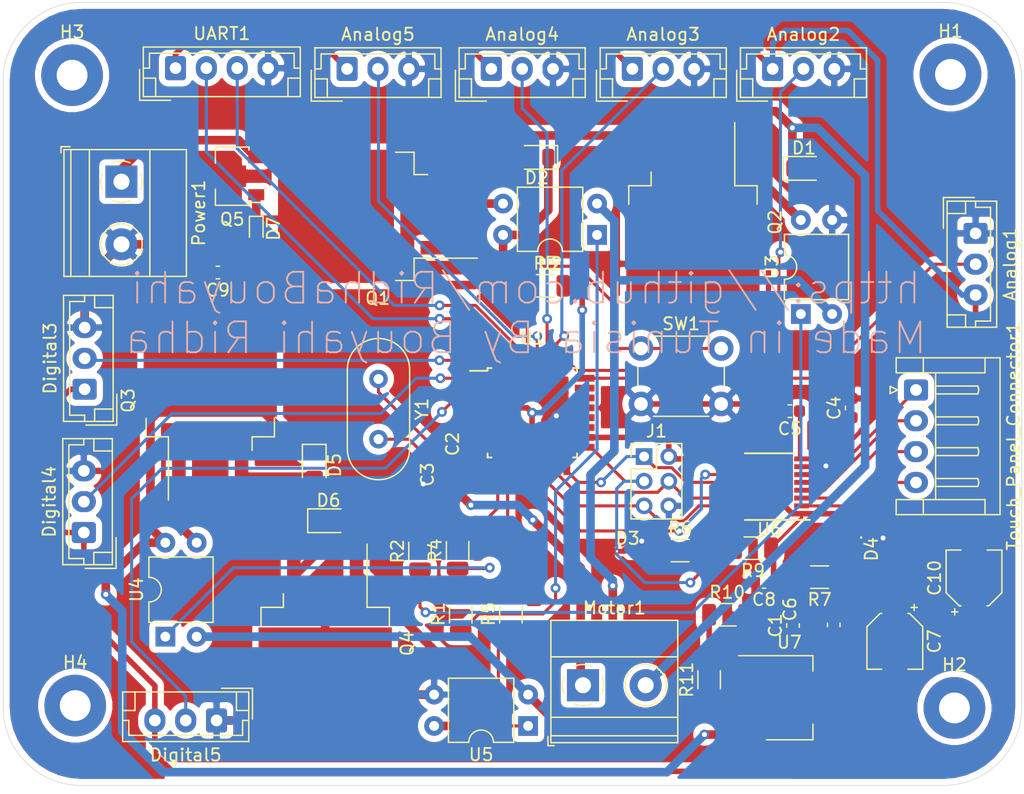
<source format=kicad_pcb>
(kicad_pcb (version 20171130) (host pcbnew "(5.1.8)-1")
  (layers (0 F.Cu signal) (31 B.Cu signal) (34 B.Paste user) (35 F.Paste user) (36 B.SilkS user) (37 F.SilkS user) (38 B.Mask user) (39 F.Mask user) (44 Edge.Cuts user))
  (net 0 "")
  (net 1 +5)
  (net 2 GND)
  (net 3 "Net-(C2-Pad2)")
  (net 4 "Net-(C3-Pad2)")
  (net 5 "Net-(C4-Pad1)")
  (net 6 "Net-(C5-Pad1)")
  (net 7 +24V)
  (net 8 M+)
  (net 9 "Net-(D3-Pad2)")
  (net 10 "Net-(D4-Pad2)")
  (net 11 M-)
  (net 12 ~SS)
  (net 13 MOSI)
  (net 14 CLK)
  (net 15 MISO)
  (net 16 DP5)
  (net 17 DP4)
  (net 18 DP3)
  (net 19 X+)
  (net 20 Y+)
  (net 21 X-)
  (net 22 Y-)
  (net 23 AP5)
  (net 24 AP4)
  (net 25 AP3)
  (net 26 AP2)
  (net 27 AP1)
  (net 28 "Net-(Q1-Pad1)")
  (net 29 "Net-(Q2-Pad1)")
  (net 30 "Net-(Q3-Pad1)")
  (net 31 "Net-(Q4-Pad1)")
  (net 32 PWM0)
  (net 33 "Net-(R1-Pad1)")
  (net 34 PWM1)
  (net 35 "Net-(R2-Pad1)")
  (net 36 "Net-(R4-Pad1)")
  (net 37 "Net-(R5-Pad1)")
  (net 38 INTERRUPT)
  (net 39 "Net-(R10-Pad1)")
  (net 40 "Net-(U1-Pad23)")
  (net 41 "Net-(U1-Pad22)")
  (net 42 "Net-(U1-Pad20)")
  (net 43 "Net-(U1-Pad19)")
  (net 44 "Net-(U1-Pad13)")
  (net 45 "Net-(U1-Pad11)")
  (net 46 GNDPWR)
  (net 47 "Net-(U6-Pad13)")
  (net 48 TX)
  (net 49 RX)
  (net 50 RST)
  (net 51 "Net-(Power1-Pad1)")
  (module Connector_JST:JST_EH_B4B-EH-A_1x04_P2.50mm_Vertical (layer F.Cu) (at 115.697 71.501)
    (fp_text reference UART1 (at 3.75 -2.8) (layer F.SilkS))
    (fp_text value UART)
    (pad 4 thru_hole oval (at 7.5 0) (size 1.7 1.95) (drill 0.95) (layers *.Cu *.Mask) (net 2 GND))
    (pad 3 thru_hole oval (at 5 0) (size 1.7 1.95) (drill 0.95) (layers *.Cu *.Mask) (net 49 RX))
    (pad 2 thru_hole oval (at 2.5 0) (size 1.7 1.95) (drill 0.95) (layers *.Cu *.Mask) (net 48 TX))
    (pad 1 thru_hole roundrect (at 0 0) (size 1.7 1.95) (drill 0.95) (layers *.Cu *.Mask) (roundrect_rratio 0.1470588235294118) (net 1 +5))
  )
  (module MountingHole:MountingHole_2.5mm_Pad (layer F.Cu) (at 107.569 123.19)
    (fp_text reference H4 (at 0 -3.5) (layer F.SilkS))
    (fp_text value MountingHole)
    (pad 1 thru_hole circle (at 0 0) (size 5 5) (drill 2.5) (layers *.Cu *.Mask))
  )
  (module MountingHole:MountingHole_2.5mm_Pad (layer F.Cu) (at 107.315 72.0725)
    (fp_text reference H3 (at 0 -3.5) (layer F.SilkS))
    (fp_text value MountingHole)
    (pad 1 thru_hole circle (at 0 0) (size 5 5) (drill 2.5) (layers *.Cu *.Mask))
  )
  (module MountingHole:MountingHole_2.5mm_Pad (layer F.Cu) (at 178.816 123.3805)
    (fp_text reference H2 (at 0 -3.5) (layer F.SilkS))
    (fp_text value MountingHole)
    (pad 1 thru_hole circle (at 0 0) (size 5 5) (drill 2.5) (layers *.Cu *.Mask))
  )
  (module MountingHole:MountingHole_2.5mm_Pad (layer F.Cu) (at 178.4985 72.009)
    (fp_text reference H1 (at 0 -3.5) (layer F.SilkS))
    (fp_text value MountingHole)
    (pad 1 thru_hole circle (at 0 0) (size 5 5) (drill 2.5) (layers *.Cu *.Mask))
  )
  (module Connector_JST:JST_EH_B3B-EH-A_1x03_P2.50mm_Vertical (layer F.Cu) (at 129.6035 71.5645)
    (fp_text reference Analog5 (at 2.5 -2.8) (layer F.SilkS))
    (fp_text value ap5)
    (pad 3 thru_hole oval (at 5 0) (size 1.7 1.95) (drill 0.95) (layers *.Cu *.Mask) (net 2 GND))
    (pad 2 thru_hole oval (at 2.5 0) (size 1.7 1.95) (drill 0.95) (layers *.Cu *.Mask) (net 23 AP5))
    (pad 1 thru_hole roundrect (at 0 0) (size 1.7 1.95) (drill 0.95) (layers *.Cu *.Mask) (roundrect_rratio 0.1470588235294118) (net 1 +5))
  )
  (module Connector_JST:JST_EH_B3B-EH-A_1x03_P2.50mm_Vertical (layer F.Cu) (at 119.0225 124.3965 180)
    (fp_text reference Digital5 (at 2.5 -2.8) (layer F.SilkS))
    (fp_text value dp5)
    (pad 3 thru_hole oval (at 5 0 180) (size 1.7 1.95) (drill 0.95) (layers *.Cu *.Mask) (net 1 +5))
    (pad 2 thru_hole oval (at 2.5 0 180) (size 1.7 1.95) (drill 0.95) (layers *.Cu *.Mask) (net 16 DP5))
    (pad 1 thru_hole roundrect (at 0 0 180) (size 1.7 1.95) (drill 0.95) (layers *.Cu *.Mask) (roundrect_rratio 0.1470588235294118) (net 2 GND))
  )
  (module Connector_JST:JST_EH_B3B-EH-A_1x03_P2.50mm_Vertical (layer F.Cu) (at 141.2875 71.5645)
    (fp_text reference Analog4 (at 2.5 -2.8) (layer F.SilkS))
    (fp_text value ap4)
    (pad 3 thru_hole oval (at 5 0) (size 1.7 1.95) (drill 0.95) (layers *.Cu *.Mask) (net 2 GND))
    (pad 2 thru_hole oval (at 2.5 0) (size 1.7 1.95) (drill 0.95) (layers *.Cu *.Mask) (net 24 AP4))
    (pad 1 thru_hole roundrect (at 0 0) (size 1.7 1.95) (drill 0.95) (layers *.Cu *.Mask) (roundrect_rratio 0.1470588235294118) (net 1 +5))
  )
  (module Connector_JST:JST_EH_B3B-EH-A_1x03_P2.50mm_Vertical (layer F.Cu) (at 108.2675 109.1565 90)
    (fp_text reference Digital4 (at 2.5 -2.8 90) (layer F.SilkS))
    (fp_text value dp4)
    (pad 3 thru_hole oval (at 5 0 90) (size 1.7 1.95) (drill 0.95) (layers *.Cu *.Mask) (net 2 GND))
    (pad 2 thru_hole oval (at 2.5 0 90) (size 1.7 1.95) (drill 0.95) (layers *.Cu *.Mask) (net 17 DP4))
    (pad 1 thru_hole roundrect (at 0 0 90) (size 1.7 1.95) (drill 0.95) (layers *.Cu *.Mask) (roundrect_rratio 0.1470588235294118) (net 1 +5))
  )
  (module Connector_JST:JST_EH_B3B-EH-A_1x03_P2.50mm_Vertical (layer F.Cu) (at 152.7175 71.5645)
    (fp_text reference Analog3 (at 2.5 -2.8) (layer F.SilkS))
    (fp_text value ap3)
    (pad 3 thru_hole oval (at 5 0) (size 1.7 1.95) (drill 0.95) (layers *.Cu *.Mask) (net 2 GND))
    (pad 2 thru_hole oval (at 2.5 0) (size 1.7 1.95) (drill 0.95) (layers *.Cu *.Mask) (net 25 AP3))
    (pad 1 thru_hole roundrect (at 0 0) (size 1.7 1.95) (drill 0.95) (layers *.Cu *.Mask) (roundrect_rratio 0.1470588235294118) (net 1 +5))
  )
  (module Connector_JST:JST_EH_B3B-EH-A_1x03_P2.50mm_Vertical (layer F.Cu) (at 108.331 97.536 90)
    (fp_text reference Digital3 (at 2.5 -2.8 90) (layer F.SilkS))
    (fp_text value dp3)
    (pad 3 thru_hole oval (at 5 0 90) (size 1.7 1.95) (drill 0.95) (layers *.Cu *.Mask) (net 2 GND))
    (pad 2 thru_hole oval (at 2.5 0 90) (size 1.7 1.95) (drill 0.95) (layers *.Cu *.Mask) (net 18 DP3))
    (pad 1 thru_hole roundrect (at 0 0 90) (size 1.7 1.95) (drill 0.95) (layers *.Cu *.Mask) (roundrect_rratio 0.1470588235294118) (net 1 +5))
  )
  (module Connector_JST:JST_EH_B3B-EH-A_1x03_P2.50mm_Vertical (layer F.Cu) (at 164.084 71.5645)
    (fp_text reference Analog2 (at 2.5 -2.8) (layer F.SilkS))
    (fp_text value ap2)
    (pad 3 thru_hole oval (at 5 0) (size 1.7 1.95) (drill 0.95) (layers *.Cu *.Mask) (net 2 GND))
    (pad 2 thru_hole oval (at 2.5 0) (size 1.7 1.95) (drill 0.95) (layers *.Cu *.Mask) (net 26 AP2))
    (pad 1 thru_hole roundrect (at 0 0) (size 1.7 1.95) (drill 0.95) (layers *.Cu *.Mask) (roundrect_rratio 0.1470588235294118) (net 1 +5))
  )
  (module Connector_JST:JST_EH_B3B-EH-A_1x03_P2.50mm_Vertical (layer F.Cu) (at 180.5305 84.8995 270)
    (fp_text reference Analog1 (at 2.5 -2.8 90) (layer F.SilkS))
    (fp_text value ap1)
    (pad 3 thru_hole oval (at 5 0 270) (size 1.7 1.95) (drill 0.95) (layers *.Cu *.Mask) (net 1 +5))
    (pad 2 thru_hole oval (at 2.5 0 270) (size 1.7 1.95) (drill 0.95) (layers *.Cu *.Mask) (net 27 AP1))
    (pad 1 thru_hole roundrect (at 0 0 270) (size 1.7 1.95) (drill 0.95) (layers *.Cu *.Mask) (roundrect_rratio 0.1470588235294118) (net 2 GND))
  )
  (module Crystal:Crystal_HC49-4H_Vertical (layer F.Cu) (at 132.1435 96.7105 270)
    (fp_text reference Y1 (at 2.44 -3.525 90) (layer F.SilkS))
    (fp_text value 16MHz)
    (pad 2 thru_hole circle (at 4.88 0 270) (size 1.5 1.5) (drill 0.8) (layers *.Cu *.Mask) (net 4 "Net-(C3-Pad2)"))
    (pad 1 thru_hole circle (at 0 0 270) (size 1.5 1.5) (drill 0.8) (layers *.Cu *.Mask) (net 3 "Net-(C2-Pad2)"))
  )
  (module Package_TO_SOT_SMD:SOT-223-3_TabPin2 (layer F.Cu) (at 165.4425 122.555)
    (fp_text reference U7 (at 0 -4.5) (layer F.SilkS))
    (fp_text value LM317_SOT-223)
    (pad 1 smd rect (at -3.15 -2.3) (size 2 1.5) (layers F.Cu F.Paste F.Mask) (net 39 "Net-(R10-Pad1)"))
    (pad 3 smd rect (at -3.15 2.3) (size 2 1.5) (layers F.Cu F.Paste F.Mask) (net 7 +24V))
    (pad 2 smd rect (at -3.15 0) (size 2 1.5) (layers F.Cu F.Paste F.Mask) (net 1 +5))
    (pad 2 smd rect (at 3.15 0) (size 2 3.8) (layers F.Cu F.Paste F.Mask) (net 1 +5))
  )
  (module Package_SO:SSOP-16_3.9x4.9mm_P0.635mm (layer F.Cu) (at 163.83 105.41 180)
    (fp_text reference U6 (at 0 -3.5) (layer F.SilkS))
    (fp_text value ADS7843E)
    (pad 16 smd rect (at 2.6 -2.2225 180) (size 1.2 0.4) (layers F.Cu F.Paste F.Mask) (net 14 CLK))
    (pad 15 smd rect (at 2.6 -1.5875 180) (size 1.2 0.4) (layers F.Cu F.Paste F.Mask) (net 12 ~SS))
    (pad 14 smd rect (at 2.6 -0.9525 180) (size 1.2 0.4) (layers F.Cu F.Paste F.Mask) (net 13 MOSI))
    (pad 13 smd rect (at 2.6 -0.3175 180) (size 1.2 0.4) (layers F.Cu F.Paste F.Mask) (net 47 "Net-(U6-Pad13)"))
    (pad 12 smd rect (at 2.6 0.3175 180) (size 1.2 0.4) (layers F.Cu F.Paste F.Mask) (net 15 MISO))
    (pad 11 smd rect (at 2.6 0.9525 180) (size 1.2 0.4) (layers F.Cu F.Paste F.Mask) (net 38 INTERRUPT))
    (pad 10 smd rect (at 2.6 1.5875 180) (size 1.2 0.4) (layers F.Cu F.Paste F.Mask) (net 1 +5))
    (pad 9 smd rect (at 2.6 2.2225 180) (size 1.2 0.4) (layers F.Cu F.Paste F.Mask) (net 1 +5))
    (pad 8 smd rect (at -2.6 2.2225 180) (size 1.2 0.4) (layers F.Cu F.Paste F.Mask) (net 6 "Net-(C5-Pad1)"))
    (pad 7 smd rect (at -2.6 1.5875 180) (size 1.2 0.4) (layers F.Cu F.Paste F.Mask) (net 5 "Net-(C4-Pad1)"))
    (pad 6 smd rect (at -2.6 0.9525 180) (size 1.2 0.4) (layers F.Cu F.Paste F.Mask) (net 2 GND))
    (pad 5 smd rect (at -2.6 0.3175 180) (size 1.2 0.4) (layers F.Cu F.Paste F.Mask) (net 22 Y-))
    (pad 4 smd rect (at -2.6 -0.3175 180) (size 1.2 0.4) (layers F.Cu F.Paste F.Mask) (net 21 X-))
    (pad 3 smd rect (at -2.6 -0.9525 180) (size 1.2 0.4) (layers F.Cu F.Paste F.Mask) (net 20 Y+))
    (pad 2 smd rect (at -2.6 -1.5875 180) (size 1.2 0.4) (layers F.Cu F.Paste F.Mask) (net 19 X+))
    (pad 1 smd rect (at -2.6 -2.2225 180) (size 1.2 0.4) (layers F.Cu F.Paste F.Mask) (net 1 +5))
  )
  (module Package_DIP:DIP-4_W7.62mm (layer F.Cu) (at 144.272 124.841 180)
    (fp_text reference U5 (at 3.81 -2.33) (layer F.SilkS))
    (fp_text value EL817)
    (pad 4 thru_hole oval (at 7.62 0 180) (size 1.6 1.6) (drill 0.8) (layers *.Cu *.Mask) (net 31 "Net-(Q4-Pad1)"))
    (pad 2 thru_hole oval (at 0 2.54 180) (size 1.6 1.6) (drill 0.8) (layers *.Cu *.Mask) (net 46 GNDPWR))
    (pad 3 thru_hole oval (at 7.62 2.54 180) (size 1.6 1.6) (drill 0.8) (layers *.Cu *.Mask) (net 2 GND))
    (pad 1 thru_hole rect (at 0 0 180) (size 1.6 1.6) (drill 0.8) (layers *.Cu *.Mask) (net 37 "Net-(R5-Pad1)"))
  )
  (module Package_DIP:DIP-4_W7.62mm (layer F.Cu) (at 114.8715 117.602 90)
    (fp_text reference U4 (at 3.81 -2.33 90) (layer F.SilkS))
    (fp_text value EL817)
    (pad 4 thru_hole oval (at 7.62 0 90) (size 1.6 1.6) (drill 0.8) (layers *.Cu *.Mask) (net 7 +24V))
    (pad 2 thru_hole oval (at 0 2.54 90) (size 1.6 1.6) (drill 0.8) (layers *.Cu *.Mask) (net 46 GNDPWR))
    (pad 3 thru_hole oval (at 7.62 2.54 90) (size 1.6 1.6) (drill 0.8) (layers *.Cu *.Mask) (net 30 "Net-(Q3-Pad1)"))
    (pad 1 thru_hole rect (at 0 0 90) (size 1.6 1.6) (drill 0.8) (layers *.Cu *.Mask) (net 36 "Net-(R4-Pad1)"))
  )
  (module Package_DIP:DIP-4_W7.62mm (layer F.Cu) (at 166.37 91.44 90)
    (fp_text reference U3 (at 3.81 -2.33 90) (layer F.SilkS))
    (fp_text value EL817)
    (pad 4 thru_hole oval (at 7.62 0 90) (size 1.6 1.6) (drill 0.8) (layers *.Cu *.Mask) (net 29 "Net-(Q2-Pad1)"))
    (pad 2 thru_hole oval (at 0 2.54 90) (size 1.6 1.6) (drill 0.8) (layers *.Cu *.Mask) (net 46 GNDPWR))
    (pad 3 thru_hole oval (at 7.62 2.54 90) (size 1.6 1.6) (drill 0.8) (layers *.Cu *.Mask) (net 2 GND))
    (pad 1 thru_hole rect (at 0 0 90) (size 1.6 1.6) (drill 0.8) (layers *.Cu *.Mask) (net 35 "Net-(R2-Pad1)"))
  )
  (module Package_DIP:DIP-4_W7.62mm (layer F.Cu) (at 149.86 85.0265 180)
    (fp_text reference U2 (at 3.81 -2.33) (layer F.SilkS))
    (fp_text value EL817)
    (pad 4 thru_hole oval (at 7.62 0 180) (size 1.6 1.6) (drill 0.8) (layers *.Cu *.Mask) (net 7 +24V))
    (pad 2 thru_hole oval (at 0 2.54 180) (size 1.6 1.6) (drill 0.8) (layers *.Cu *.Mask) (net 46 GNDPWR))
    (pad 3 thru_hole oval (at 7.62 2.54 180) (size 1.6 1.6) (drill 0.8) (layers *.Cu *.Mask) (net 28 "Net-(Q1-Pad1)"))
    (pad 1 thru_hole rect (at 0 0 180) (size 1.6 1.6) (drill 0.8) (layers *.Cu *.Mask) (net 33 "Net-(R1-Pad1)"))
  )
  (module Package_QFP:TQFP-32_7x7mm_P0.8mm (layer F.Cu) (at 144.6085 99.4455)
    (fp_text reference U1 (at 0 -6.05) (layer F.SilkS))
    (fp_text value ATmega328-AU)
    (pad 32 smd rect (at -2.8 -4.25 90) (size 1.6 0.55) (layers F.Cu F.Paste F.Mask) (net 18 DP3))
    (pad 31 smd rect (at -2 -4.25 90) (size 1.6 0.55) (layers F.Cu F.Paste F.Mask) (net 48 TX))
    (pad 30 smd rect (at -1.2 -4.25 90) (size 1.6 0.55) (layers F.Cu F.Paste F.Mask) (net 49 RX))
    (pad 29 smd rect (at -0.4 -4.25 90) (size 1.6 0.55) (layers F.Cu F.Paste F.Mask) (net 50 RST))
    (pad 28 smd rect (at 0.4 -4.25 90) (size 1.6 0.55) (layers F.Cu F.Paste F.Mask) (net 23 AP5))
    (pad 27 smd rect (at 1.2 -4.25 90) (size 1.6 0.55) (layers F.Cu F.Paste F.Mask) (net 24 AP4))
    (pad 26 smd rect (at 2 -4.25 90) (size 1.6 0.55) (layers F.Cu F.Paste F.Mask) (net 25 AP3))
    (pad 25 smd rect (at 2.8 -4.25 90) (size 1.6 0.55) (layers F.Cu F.Paste F.Mask) (net 26 AP2))
    (pad 24 smd rect (at 4.25 -2.8) (size 1.6 0.55) (layers F.Cu F.Paste F.Mask) (net 27 AP1))
    (pad 23 smd rect (at 4.25 -2) (size 1.6 0.55) (layers F.Cu F.Paste F.Mask) (net 40 "Net-(U1-Pad23)"))
    (pad 22 smd rect (at 4.25 -1.2) (size 1.6 0.55) (layers F.Cu F.Paste F.Mask) (net 41 "Net-(U1-Pad22)"))
    (pad 21 smd rect (at 4.25 -0.4) (size 1.6 0.55) (layers F.Cu F.Paste F.Mask) (net 2 GND))
    (pad 20 smd rect (at 4.25 0.4) (size 1.6 0.55) (layers F.Cu F.Paste F.Mask) (net 42 "Net-(U1-Pad20)"))
    (pad 19 smd rect (at 4.25 1.2) (size 1.6 0.55) (layers F.Cu F.Paste F.Mask) (net 43 "Net-(U1-Pad19)"))
    (pad 18 smd rect (at 4.25 2) (size 1.6 0.55) (layers F.Cu F.Paste F.Mask) (net 1 +5))
    (pad 17 smd rect (at 4.25 2.8) (size 1.6 0.55) (layers F.Cu F.Paste F.Mask) (net 14 CLK))
    (pad 16 smd rect (at 2.8 4.25 90) (size 1.6 0.55) (layers F.Cu F.Paste F.Mask) (net 15 MISO))
    (pad 15 smd rect (at 2 4.25 90) (size 1.6 0.55) (layers F.Cu F.Paste F.Mask) (net 13 MOSI))
    (pad 14 smd rect (at 1.2 4.25 90) (size 1.6 0.55) (layers F.Cu F.Paste F.Mask) (net 12 ~SS))
    (pad 13 smd rect (at 0.4 4.25 90) (size 1.6 0.55) (layers F.Cu F.Paste F.Mask) (net 44 "Net-(U1-Pad13)"))
    (pad 12 smd rect (at -0.4 4.25 90) (size 1.6 0.55) (layers F.Cu F.Paste F.Mask) (net 38 INTERRUPT))
    (pad 11 smd rect (at -1.2 4.25 90) (size 1.6 0.55) (layers F.Cu F.Paste F.Mask) (net 45 "Net-(U1-Pad11)"))
    (pad 10 smd rect (at -2 4.25 90) (size 1.6 0.55) (layers F.Cu F.Paste F.Mask) (net 32 PWM0))
    (pad 9 smd rect (at -2.8 4.25 90) (size 1.6 0.55) (layers F.Cu F.Paste F.Mask) (net 34 PWM1))
    (pad 8 smd rect (at -4.25 2.8) (size 1.6 0.55) (layers F.Cu F.Paste F.Mask) (net 4 "Net-(C3-Pad2)"))
    (pad 7 smd rect (at -4.25 2) (size 1.6 0.55) (layers F.Cu F.Paste F.Mask) (net 3 "Net-(C2-Pad2)"))
    (pad 6 smd rect (at -4.25 1.2) (size 1.6 0.55) (layers F.Cu F.Paste F.Mask) (net 1 +5))
    (pad 5 smd rect (at -4.25 0.4) (size 1.6 0.55) (layers F.Cu F.Paste F.Mask) (net 2 GND))
    (pad 4 smd rect (at -4.25 -0.4) (size 1.6 0.55) (layers F.Cu F.Paste F.Mask) (net 1 +5))
    (pad 3 smd rect (at -4.25 -1.2) (size 1.6 0.55) (layers F.Cu F.Paste F.Mask) (net 2 GND))
    (pad 2 smd rect (at -4.25 -2) (size 1.6 0.55) (layers F.Cu F.Paste F.Mask) (net 16 DP5))
    (pad 1 smd rect (at -4.25 -2.8) (size 1.6 0.55) (layers F.Cu F.Paste F.Mask) (net 17 DP4))
  )
  (module Button_Switch_THT:SW_PUSH_6mm (layer F.Cu) (at 153.416 94.234)
    (fp_text reference SW1 (at 3.25 -2) (layer F.SilkS))
    (fp_text value SW_Push)
    (pad 1 thru_hole circle (at 6.5 0 90) (size 2 2) (drill 1.1) (layers *.Cu *.Mask) (net 50 RST))
    (pad 2 thru_hole circle (at 6.5 4.5 90) (size 2 2) (drill 1.1) (layers *.Cu *.Mask) (net 2 GND))
    (pad 1 thru_hole circle (at 0 0 90) (size 2 2) (drill 1.1) (layers *.Cu *.Mask) (net 50 RST))
    (pad 2 thru_hole circle (at 0 4.5 90) (size 2 2) (drill 1.1) (layers *.Cu *.Mask) (net 2 GND))
  )
  (module Resistor_SMD:R_1206_3216Metric (layer F.Cu) (at 158.9405 121.0945 90)
    (fp_text reference R11 (at 0 -1.82 90) (layer F.SilkS))
    (fp_text value 3k3)
    (pad 2 smd roundrect (at 1.4625 0 90) (size 1.125 1.75) (layers F.Cu F.Paste F.Mask) (roundrect_rratio 0.2222213333333333) (net 39 "Net-(R10-Pad1)"))
    (pad 1 smd roundrect (at -1.4625 0 90) (size 1.125 1.75) (layers F.Cu F.Paste F.Mask) (roundrect_rratio 0.2222213333333333) (net 1 +5))
  )
  (module Resistor_SMD:R_1206_3216Metric (layer F.Cu) (at 160.401 115.824)
    (fp_text reference R10 (at 0 -1.82) (layer F.SilkS))
    (fp_text value 10k)
    (pad 2 smd roundrect (at 1.4625 0) (size 1.125 1.75) (layers F.Cu F.Paste F.Mask) (roundrect_rratio 0.2222213333333333) (net 2 GND))
    (pad 1 smd roundrect (at -1.4625 0) (size 1.125 1.75) (layers F.Cu F.Paste F.Mask) (roundrect_rratio 0.2222213333333333) (net 39 "Net-(R10-Pad1)"))
  )
  (module Resistor_SMD:R_1206_3216Metric (layer F.Cu) (at 162.4965 110.4265 180)
    (fp_text reference R9 (at 0 -1.82) (layer F.SilkS))
    (fp_text value 100k)
    (pad 2 smd roundrect (at 1.4625 0 180) (size 1.125 1.75) (layers F.Cu F.Paste F.Mask) (roundrect_rratio 0.2222213333333333) (net 38 INTERRUPT))
    (pad 1 smd roundrect (at -1.4625 0 180) (size 1.125 1.75) (layers F.Cu F.Paste F.Mask) (roundrect_rratio 0.2222213333333333) (net 1 +5))
  )
  (module Resistor_SMD:R_1206_3216Metric (layer F.Cu) (at 167.892 112.776 180)
    (fp_text reference R7 (at 0 -1.82) (layer F.SilkS))
    (fp_text value 1k)
    (pad 2 smd roundrect (at 1.4625 0 180) (size 1.125 1.75) (layers F.Cu F.Paste F.Mask) (roundrect_rratio 0.2222213333333333) (net 1 +5))
    (pad 1 smd roundrect (at -1.4625 0 180) (size 1.125 1.75) (layers F.Cu F.Paste F.Mask) (roundrect_rratio 0.2222213333333333) (net 10 "Net-(D4-Pad2)"))
  )
  (module Resistor_SMD:R_1206_3216Metric (layer F.Cu) (at 156.591 110.617)
    (fp_text reference R6 (at 0 -1.82) (layer F.SilkS))
    (fp_text value 1k)
    (pad 2 smd roundrect (at 1.4625 0) (size 1.125 1.75) (layers F.Cu F.Paste F.Mask) (roundrect_rratio 0.2222213333333333) (net 14 CLK))
    (pad 1 smd roundrect (at -1.4625 0) (size 1.125 1.75) (layers F.Cu F.Paste F.Mask) (roundrect_rratio 0.2222213333333333) (net 9 "Net-(D3-Pad2)"))
  )
  (module Resistor_SMD:R_1206_3216Metric (layer F.Cu) (at 142.875 115.7605 90)
    (fp_text reference R5 (at 0 -1.82 90) (layer F.SilkS))
    (fp_text value 1K2)
    (pad 2 smd roundrect (at 1.4625 0 90) (size 1.125 1.75) (layers F.Cu F.Paste F.Mask) (roundrect_rratio 0.2222213333333333) (net 32 PWM0))
    (pad 1 smd roundrect (at -1.4625 0 90) (size 1.125 1.75) (layers F.Cu F.Paste F.Mask) (roundrect_rratio 0.2222213333333333) (net 37 "Net-(R5-Pad1)"))
  )
  (module Resistor_SMD:R_1206_3216Metric (layer F.Cu) (at 138.557 110.617 90)
    (fp_text reference R4 (at 0 -1.82 90) (layer F.SilkS))
    (fp_text value 1K2)
    (pad 2 smd roundrect (at 1.4625 0 90) (size 1.125 1.75) (layers F.Cu F.Paste F.Mask) (roundrect_rratio 0.2222213333333333) (net 34 PWM1))
    (pad 1 smd roundrect (at -1.4625 0 90) (size 1.125 1.75) (layers F.Cu F.Paste F.Mask) (roundrect_rratio 0.2222213333333333) (net 36 "Net-(R4-Pad1)"))
  )
  (module Resistor_SMD:R_1206_3216Metric (layer F.Cu) (at 145.669 89.154)
    (fp_text reference R3 (at 0 -1.82) (layer F.SilkS))
    (fp_text value 10k)
    (pad 2 smd roundrect (at 1.4625 0) (size 1.125 1.75) (layers F.Cu F.Paste F.Mask) (roundrect_rratio 0.2222213333333333) (net 1 +5))
    (pad 1 smd roundrect (at -1.4625 0) (size 1.125 1.75) (layers F.Cu F.Paste F.Mask) (roundrect_rratio 0.2222213333333333) (net 50 RST))
  )
  (module Resistor_SMD:R_1206_3216Metric (layer F.Cu) (at 135.509 110.6805 90)
    (fp_text reference R2 (at 0 -1.82 90) (layer F.SilkS))
    (fp_text value 1K2)
    (pad 2 smd roundrect (at 1.4625 0 90) (size 1.125 1.75) (layers F.Cu F.Paste F.Mask) (roundrect_rratio 0.2222213333333333) (net 34 PWM1))
    (pad 1 smd roundrect (at -1.4625 0 90) (size 1.125 1.75) (layers F.Cu F.Paste F.Mask) (roundrect_rratio 0.2222213333333333) (net 35 "Net-(R2-Pad1)"))
  )
  (module Resistor_SMD:R_1206_3216Metric (layer F.Cu) (at 138.811 115.7605 90)
    (fp_text reference R1 (at 0 -1.82 90) (layer F.SilkS))
    (fp_text value 1K2)
    (pad 2 smd roundrect (at 1.4625 0 90) (size 1.125 1.75) (layers F.Cu F.Paste F.Mask) (roundrect_rratio 0.2222213333333333) (net 32 PWM0))
    (pad 1 smd roundrect (at -1.4625 0 90) (size 1.125 1.75) (layers F.Cu F.Paste F.Mask) (roundrect_rratio 0.2222213333333333) (net 33 "Net-(R1-Pad1)"))
  )
  (module Package_TO_SOT_SMD:SOT-89-3 (layer F.Cu) (at 120.5865 80.264 180)
    (fp_text reference Q5 (at 0.3 -3.5) (layer F.SilkS))
    (fp_text value TP0610L)
    (pad 2 smd custom (at -1.5625 0 180) (size 1.475 0.9) (layers F.Cu F.Paste F.Mask) (net 2 GND) (options (clearance outline) (anchor rect)) (primitives (gr_poly (pts (xy 0.7375 -0.8665) (xy 3.8625 -0.8665) (xy 3.8625 0.8665) (xy 0.7375 0.8665)) (width 0))))
    (pad 3 smd rect (at -1.65 1.5 180) (size 1.3 0.9) (layers F.Cu F.Paste F.Mask) (net 51 "Net-(Power1-Pad1)"))
    (pad 1 smd rect (at -1.65 -1.5 180) (size 1.3 0.9) (layers F.Cu F.Paste F.Mask) (net 7 +24V))
  )
  (module Package_TO_SOT_SMD:TO-263-2 (layer F.Cu) (at 127.8255 118.1735 270)
    (fp_text reference Q4 (at 0 -6.65 90) (layer F.SilkS))
    (fp_text value TIP127)
    (pad 2 smd rect (at 3.375 0 270) (size 9.4 10.8) (layers F.Cu F.Mask) (net 2 GND))
    (pad 3 smd rect (at -5.775 2.54 270) (size 4.6 1.1) (layers F.Cu F.Paste F.Mask) (net 11 M-))
    (pad 1 smd rect (at -5.775 -2.54 270) (size 4.6 1.1) (layers F.Cu F.Paste F.Mask) (net 31 "Net-(Q4-Pad1)"))
  )
  (module Package_TO_SOT_SMD:TO-263-2 (layer F.Cu) (at 118.51 98.4465 90)
    (fp_text reference Q3 (at 0 -6.65 90) (layer F.SilkS))
    (fp_text value TIP122)
    (pad 2 smd rect (at 3.375 0 90) (size 9.4 10.8) (layers F.Cu F.Mask) (net 7 +24V))
    (pad 3 smd rect (at -5.775 2.54 90) (size 4.6 1.1) (layers F.Cu F.Paste F.Mask) (net 11 M-))
    (pad 1 smd rect (at -5.775 -2.54 90) (size 4.6 1.1) (layers F.Cu F.Paste F.Mask) (net 30 "Net-(Q3-Pad1)"))
  )
  (module Package_TO_SOT_SMD:TO-263-2 (layer F.Cu) (at 157.626 83.989 270)
    (fp_text reference Q2 (at 0 -6.65 90) (layer F.SilkS))
    (fp_text value TIP127)
    (pad 2 smd rect (at 3.375 0 270) (size 9.4 10.8) (layers F.Cu F.Mask) (net 2 GND))
    (pad 3 smd rect (at -5.775 2.54 270) (size 4.6 1.1) (layers F.Cu F.Paste F.Mask) (net 8 M+))
    (pad 1 smd rect (at -5.775 -2.54 270) (size 4.6 1.1) (layers F.Cu F.Paste F.Mask) (net 29 "Net-(Q2-Pad1)"))
  )
  (module Package_TO_SOT_SMD:TO-263-2 (layer F.Cu) (at 132.0775 83.5215 180)
    (fp_text reference Q1 (at 0 -6.65) (layer F.SilkS))
    (fp_text value TIP122)
    (pad 2 smd rect (at 3.375 0 180) (size 9.4 10.8) (layers F.Cu F.Mask) (net 7 +24V))
    (pad 3 smd rect (at -5.775 2.54 180) (size 4.6 1.1) (layers F.Cu F.Paste F.Mask) (net 8 M+))
    (pad 1 smd rect (at -5.775 -2.54 180) (size 4.6 1.1) (layers F.Cu F.Paste F.Mask) (net 28 "Net-(Q1-Pad1)"))
  )
  (module Connector_JST:JST_EH_S4B-EH_1x04_P2.50mm_Horizontal (layer F.Cu) (at 175.7045 97.5995 270)
    (fp_text reference Touch_Panel_Connector1 (at 3.75 -7.9 90) (layer F.SilkS))
    (fp_text value "Touch Panel")
    (pad 4 thru_hole oval (at 7.5 0 270) (size 1.7 1.95) (drill 0.95) (layers *.Cu *.Mask) (net 19 X+))
    (pad 3 thru_hole oval (at 5 0 270) (size 1.7 1.95) (drill 0.95) (layers *.Cu *.Mask) (net 20 Y+))
    (pad 2 thru_hole oval (at 2.5 0 270) (size 1.7 1.95) (drill 0.95) (layers *.Cu *.Mask) (net 21 X-))
    (pad 1 thru_hole roundrect (at 0 0 270) (size 1.7 1.95) (drill 0.95) (layers *.Cu *.Mask) (roundrect_rratio 0.1470588235294118) (net 22 Y-))
  )
  (module TerminalBlock_Phoenix:TerminalBlock_Phoenix_MKDS-1,5-2-5.08_1x02_P5.08mm_Horizontal (layer F.Cu) (at 111.3155 80.7085 270)
    (fp_text reference Power1 (at 2.54 -6.26 90) (layer F.SilkS))
    (fp_text value Power)
    (pad 2 thru_hole circle (at 5.08 0 270) (size 2.6 2.6) (drill 1.3) (layers *.Cu *.Mask) (net 2 GND))
    (pad 1 thru_hole rect (at 0 0 270) (size 2.6 2.6) (drill 1.3) (layers *.Cu *.Mask) (net 51 "Net-(Power1-Pad1)"))
  )
  (module TerminalBlock_Phoenix:TerminalBlock_Phoenix_MKDS-1,5-2-5.08_1x02_P5.08mm_Horizontal (layer F.Cu) (at 148.717 121.539)
    (fp_text reference Motor1 (at 2.54 -6.26) (layer F.SilkS))
    (fp_text value Motor)
    (pad 2 thru_hole circle (at 5.08 0) (size 2.6 2.6) (drill 1.3) (layers *.Cu *.Mask) (net 8 M+))
    (pad 1 thru_hole rect (at 0 0) (size 2.6 2.6) (drill 1.3) (layers *.Cu *.Mask) (net 11 M-))
  )
  (module Connector_PinHeader_2.00mm:PinHeader_2x03_P2.00mm_Vertical (layer F.Cu) (at 153.67 102.997)
    (fp_text reference J1 (at 1 -2.06) (layer F.SilkS))
    (fp_text value AVR-ISP-6)
    (pad 6 thru_hole oval (at 2 4) (size 1.35 1.35) (drill 0.8) (layers *.Cu *.Mask) (net 2 GND))
    (pad 5 thru_hole oval (at 0 4) (size 1.35 1.35) (drill 0.8) (layers *.Cu *.Mask) (net 12 ~SS))
    (pad 4 thru_hole oval (at 2 2) (size 1.35 1.35) (drill 0.8) (layers *.Cu *.Mask) (net 13 MOSI))
    (pad 3 thru_hole oval (at 0 2) (size 1.35 1.35) (drill 0.8) (layers *.Cu *.Mask) (net 14 CLK))
    (pad 2 thru_hole oval (at 2 0) (size 1.35 1.35) (drill 0.8) (layers *.Cu *.Mask) (net 1 +5))
    (pad 1 thru_hole rect (at 0 0) (size 1.35 1.35) (drill 0.8) (layers *.Cu *.Mask) (net 15 MISO))
  )
  (module Diode_SMD:D_SC-80 (layer F.Cu) (at 122.2375 84.5185 270)
    (fp_text reference D7 (at 0 -1.4 90) (layer F.SilkS))
    (fp_text value D_Zener_Small)
    (pad 1 smd rect (at -0.725 0 270) (size 0.35 0.35) (layers F.Cu F.Paste F.Mask) (net 7 +24V))
    (pad 2 smd rect (at 0.725 0 270) (size 0.35 0.35) (layers F.Cu F.Paste F.Mask) (net 2 GND))
  )
  (module Diode_SMD:D_0805_2012Metric (layer F.Cu) (at 128.0945 108.204)
    (fp_text reference D6 (at 0 -1.65) (layer F.SilkS))
    (fp_text value 1N4001)
    (pad 2 smd roundrect (at 0.9375 0) (size 0.975 1.4) (layers F.Cu F.Paste F.Mask) (net 2 GND))
    (pad 1 smd roundrect (at -0.9375 0) (size 0.975 1.4) (layers F.Cu F.Paste F.Mask) (net 11 M-))
  )
  (module Diode_SMD:D_0805_2012Metric (layer F.Cu) (at 126.9365 103.6955 270)
    (fp_text reference D5 (at 0 -1.65 90) (layer F.SilkS))
    (fp_text value 1N4001)
    (pad 2 smd roundrect (at 0.9375 0 270) (size 0.975 1.4) (layers F.Cu F.Paste F.Mask) (net 11 M-))
    (pad 1 smd roundrect (at -0.9375 0 270) (size 0.975 1.4) (layers F.Cu F.Paste F.Mask) (net 7 +24V))
  )
  (module LED_SMD:LED_0201_0603Metric (layer F.Cu) (at 171.2595 110.4265 270)
    (fp_text reference D4 (at 0.0855 -0.8295 90) (layer F.SilkS))
    (fp_text value LED)
    (pad 2 smd roundrect (at 0.32 0 270) (size 0.46 0.4) (layers F.Cu F.Mask) (net 10 "Net-(D4-Pad2)"))
    (pad 1 smd roundrect (at -0.32 0 270) (size 0.46 0.4) (layers F.Cu F.Mask) (net 2 GND))
  )
  (module LED_SMD:LED_0201_0603Metric (layer F.Cu) (at 152.3365 110.6805)
    (fp_text reference D3 (at 0 -1.05) (layer F.SilkS))
    (fp_text value LED)
    (pad 2 smd roundrect (at 0.32 0) (size 0.46 0.4) (layers F.Cu F.Mask) (net 9 "Net-(D3-Pad2)"))
    (pad 1 smd roundrect (at -0.32 0) (size 0.46 0.4) (layers F.Cu F.Mask) (net 2 GND))
  )
  (module Diode_SMD:D_0805_2012Metric (layer F.Cu) (at 144.9705 78.74 180)
    (fp_text reference D2 (at 0 -1.65) (layer F.SilkS))
    (fp_text value 1N4001)
    (pad 2 smd roundrect (at 0.9375 0 180) (size 0.975 1.4) (layers F.Cu F.Paste F.Mask) (net 8 M+))
    (pad 1 smd roundrect (at -0.9375 0 180) (size 0.975 1.4) (layers F.Cu F.Paste F.Mask) (net 7 +24V))
  )
  (module Diode_SMD:D_0805_2012Metric (layer F.Cu) (at 166.624 79.629)
    (fp_text reference D1 (at 0 -1.65) (layer F.SilkS))
    (fp_text value 1N4001)
    (pad 2 smd roundrect (at 0.9375 0) (size 0.975 1.4) (layers F.Cu F.Paste F.Mask) (net 2 GND))
    (pad 1 smd roundrect (at -0.9375 0) (size 0.975 1.4) (layers F.Cu F.Paste F.Mask) (net 8 M+))
  )
  (module Capacitor_SMD:CP_Elec_4x3 (layer F.Cu) (at 180.4035 112.8395 90)
    (fp_text reference C10 (at 0 -3.2 90) (layer F.SilkS))
    (fp_text value 180uF)
    (pad 2 smd roundrect (at 1.8 0 90) (size 2.6 1.6) (layers F.Cu F.Paste F.Mask) (roundrect_rratio 0.15625) (net 2 GND))
    (pad 1 smd roundrect (at -1.8 0 90) (size 2.6 1.6) (layers F.Cu F.Paste F.Mask) (roundrect_rratio 0.15625) (net 1 +5))
  )
  (module Capacitor_SMD:C_0603_1608Metric (layer F.Cu) (at 119.126 88.0745 180)
    (fp_text reference C9 (at 0 -1.43) (layer F.SilkS))
    (fp_text value 110nF)
    (pad 2 smd roundrect (at 0.775 0 180) (size 0.9 0.95) (layers F.Cu F.Paste F.Mask) (net 2 GND))
    (pad 1 smd roundrect (at -0.775 0 180) (size 0.9 0.95) (layers F.Cu F.Paste F.Mask) (net 7 +24V))
  )
  (module Capacitor_SMD:C_0603_1608Metric (layer F.Cu) (at 163.3855 113.157 180)
    (fp_text reference C8 (at 0 -1.43) (layer F.SilkS))
    (fp_text value 100nF)
    (pad 2 smd roundrect (at 0.775 0 180) (size 0.9 0.95) (layers F.Cu F.Paste F.Mask) (net 2 GND))
    (pad 1 smd roundrect (at -0.775 0 180) (size 0.9 0.95) (layers F.Cu F.Paste F.Mask) (net 1 +5))
  )
  (module Capacitor_SMD:CP_Elec_4x3 (layer F.Cu) (at 173.99 117.983 270)
    (fp_text reference C7 (at 0 -3.2 90) (layer F.SilkS))
    (fp_text value 10uF)
    (pad 2 smd roundrect (at 1.8 0 270) (size 2.6 1.6) (layers F.Cu F.Paste F.Mask) (roundrect_rratio 0.15625) (net 2 GND))
    (pad 1 smd roundrect (at -1.8 0 270) (size 2.6 1.6) (layers F.Cu F.Paste F.Mask) (roundrect_rratio 0.15625) (net 1 +5))
  )
  (module Capacitor_SMD:C_0603_1608Metric (layer F.Cu) (at 169.037 116.6495 270)
    (fp_text reference C6 (at -1.27 3.556 90) (layer F.SilkS))
    (fp_text value 100nF)
    (pad 2 smd roundrect (at 0.775 0 270) (size 0.9 0.95) (layers F.Cu F.Paste F.Mask) (net 2 GND))
    (pad 1 smd roundrect (at -0.775 0 270) (size 0.9 0.95) (layers F.Cu F.Paste F.Mask) (net 1 +5))
  )
  (module Capacitor_SMD:C_0603_1608Metric (layer F.Cu) (at 165.481 99.314 180)
    (fp_text reference C5 (at 0 -1.43) (layer F.SilkS))
    (fp_text value 100nF)
    (pad 2 smd roundrect (at 0.775 0 180) (size 0.9 0.95) (layers F.Cu F.Paste F.Mask) (net 2 GND))
    (pad 1 smd roundrect (at -0.775 0 180) (size 0.9 0.95) (layers F.Cu F.Paste F.Mask) (net 6 "Net-(C5-Pad1)"))
  )
  (module Capacitor_SMD:C_0603_1608Metric (layer F.Cu) (at 170.4975 99.06 90)
    (fp_text reference C4 (at 0 -1.43 90) (layer F.SilkS))
    (fp_text value 100nF)
    (pad 2 smd roundrect (at 0.775 0 90) (size 0.9 0.95) (layers F.Cu F.Paste F.Mask) (net 2 GND))
    (pad 1 smd roundrect (at -0.775 0 90) (size 0.9 0.95) (layers F.Cu F.Paste F.Mask) (net 5 "Net-(C4-Pad1)"))
  )
  (module Capacitor_SMD:C_0201_0603Metric (layer F.Cu) (at 137.16 104.4575 90)
    (fp_text reference C3 (at 0 -1.05 90) (layer F.SilkS))
    (fp_text value 23pF)
    (pad 2 smd roundrect (at 0.32 0 90) (size 0.46 0.4) (layers F.Cu F.Mask) (net 4 "Net-(C3-Pad2)"))
    (pad 1 smd roundrect (at -0.32 0 90) (size 0.46 0.4) (layers F.Cu F.Mask) (net 2 GND))
  )
  (module Capacitor_SMD:C_0201_0603Metric (layer F.Cu) (at 137.0965 101.981 270)
    (fp_text reference C2 (at 0 -1.05 90) (layer F.SilkS))
    (fp_text value 23pF)
    (pad 2 smd roundrect (at 0.32 0 270) (size 0.46 0.4) (layers F.Cu F.Mask) (net 3 "Net-(C2-Pad2)"))
    (pad 1 smd roundrect (at -0.32 0 270) (size 0.46 0.4) (layers F.Cu F.Mask) (net 2 GND))
  )
  (module Capacitor_SMD:C_0603_1608Metric (layer F.Cu) (at 165.735 116.7 90)
    (fp_text reference C1 (at 0 -1.43 90) (layer F.SilkS))
    (fp_text value 100nF)
    (pad 2 smd roundrect (at 0.775 0 90) (size 0.9 0.95) (layers F.Cu F.Paste F.Mask) (net 1 +5))
    (pad 1 smd roundrect (at -0.775 0 90) (size 0.9 0.95) (layers F.Cu F.Paste F.Mask) (net 2 GND))
  )
  (gr_text "https://github.com/RidhaBouyahi\nMade in Tunisia By Bouyahi Ridha" (at 144.0815 91.3765) (layer B.SilkS) (effects (font (size 2.5 2.5)) (justify mirror)))
  (gr_arc (start 177.927 123.317) (end 177.927 129.667) (angle -90) (layer Edge.Cuts) (width 0.05))
  (gr_arc (start 108.077 123.317) (end 101.727 123.317) (angle -90) (layer Edge.Cuts) (width 0.05))
  (gr_arc (start 177.927 72.517) (end 184.277 72.517) (angle -90) (layer Edge.Cuts) (width 0.05))
  (gr_arc (start 108.077 72.517) (end 108.077 66.167) (angle -90) (layer Edge.Cuts) (width 0.05))
  (gr_line (start 101.727 123.317) (end 101.727 72.517) (layer Edge.Cuts) (width 0.05))
  (gr_line (start 177.927 129.667) (end 108.077 129.667) (layer Edge.Cuts) (width 0.05))
  (gr_line (start 184.277 72.517) (end 184.277 123.317) (layer Edge.Cuts) (width 0.05))
  (gr_line (start 108.077 66.167) (end 177.927 66.167) (layer Edge.Cuts) (width 0.05))
  (segment (start 162.2925 122.555) (end 168.5925 122.555) (width 0.45) (layer F.Cu) (net 1))
  (segment (start 162.2905 122.557) (end 162.2925 122.555) (width 0.45) (layer F.Cu) (net 1))
  (segment (start 158.9405 122.557) (end 162.2905 122.557) (width 0.45) (layer F.Cu) (net 1))
  (segment (start 166.0485 113.157) (end 166.4295 112.776) (width 0.45) (layer F.Cu) (net 1))
  (segment (start 164.1605 113.157) (end 166.0485 113.157) (width 0.45) (layer F.Cu) (net 1))
  (segment (start 164.1605 110.628) (end 163.959 110.4265) (width 0.45) (layer F.Cu) (net 1))
  (segment (start 164.1605 113.157) (end 164.1605 110.628) (width 0.45) (layer F.Cu) (net 1))
  (segment (start 166.4295 115.2305) (end 165.735 115.925) (width 0.45) (layer F.Cu) (net 1))
  (segment (start 166.4295 112.776) (end 166.4295 115.2305) (width 0.45) (layer F.Cu) (net 1))
  (segment (start 165.7855 115.8745) (end 165.735 115.925) (width 0.45) (layer F.Cu) (net 1))
  (segment (start 169.037 115.8745) (end 165.7855 115.8745) (width 0.45) (layer F.Cu) (net 1))
  (segment (start 173.6815 115.8745) (end 173.99 116.183) (width 0.45) (layer F.Cu) (net 1))
  (segment (start 169.037 115.8745) (end 173.6815 115.8745) (width 0.45) (layer F.Cu) (net 1))
  (segment (start 178.86 116.183) (end 180.4035 114.6395) (width 0.45) (layer F.Cu) (net 1))
  (segment (start 173.99 116.183) (end 178.86 116.183) (width 0.45) (layer F.Cu) (net 1))
  (segment (start 168.5925 121.5805) (end 168.5925 122.555) (width 0.45) (layer F.Cu) (net 1))
  (segment (start 173.99 116.183) (end 168.5925 121.5805) (width 0.45) (layer F.Cu) (net 1))
  (segment (start 166.43 107.9555) (end 166.43 107.6325) (width 0.25) (layer F.Cu) (net 1))
  (segment (start 163.959 110.4265) (end 166.43 107.9555) (width 0.25) (layer F.Cu) (net 1))
  (segment (start 161.23 103.1875) (end 161.23 103.8225) (width 0.45) (layer F.Cu) (net 1))
  (segment (start 165.679998 107.6325) (end 166.43 107.6325) (width 0.45) (layer F.Cu) (net 1))
  (segment (start 161.869998 103.8225) (end 165.679998 107.6325) (width 0.45) (layer F.Cu) (net 1))
  (segment (start 161.23 103.8225) (end 161.869998 103.8225) (width 0.45) (layer F.Cu) (net 1))
  (segment (start 155.8605 103.1875) (end 155.67 102.997) (width 0.45) (layer F.Cu) (net 1))
  (segment (start 161.23 103.1875) (end 155.8605 103.1875) (width 0.45) (layer F.Cu) (net 1))
  (segment (start 108.2675 109.1565) (end 108.2675 115.824) (width 0.45) (layer F.Cu) (net 1))
  (segment (start 114.0225 121.579) (end 114.0225 124.3965) (width 0.45) (layer F.Cu) (net 1))
  (segment (start 108.2675 115.824) (end 114.0225 121.579) (width 0.45) (layer F.Cu) (net 1))
  (segment (start 108.2675 109.1565) (end 106.7435 109.1565) (width 0.45) (layer F.Cu) (net 1))
  (segment (start 106.7435 109.1565) (end 105.4735 107.8865) (width 0.45) (layer F.Cu) (net 1))
  (segment (start 105.4735 107.8865) (end 105.4735 99.2505) (width 0.45) (layer F.Cu) (net 1))
  (segment (start 107.188 97.536) (end 108.331 97.536) (width 0.45) (layer F.Cu) (net 1))
  (segment (start 105.4735 99.2505) (end 107.188 97.536) (width 0.45) (layer F.Cu) (net 1))
  (segment (start 168.5925 122.555) (end 168.5925 124.9045) (width 0.45) (layer F.Cu) (net 1))
  (segment (start 168.5925 124.9045) (end 164.973 128.524) (width 0.45) (layer F.Cu) (net 1))
  (segment (start 164.973 128.524) (end 115.443 128.524) (width 0.45) (layer F.Cu) (net 1))
  (segment (start 114.0225 127.1035) (end 114.0225 124.3965) (width 0.45) (layer F.Cu) (net 1))
  (segment (start 115.443 128.524) (end 114.0225 127.1035) (width 0.45) (layer F.Cu) (net 1))
  (segment (start 166.43 107.6325) (end 178.2445 107.6325) (width 0.45) (layer F.Cu) (net 1))
  (segment (start 180.5305 105.3465) (end 180.5305 89.8995) (width 0.45) (layer F.Cu) (net 1))
  (segment (start 178.2445 107.6325) (end 180.5305 105.3465) (width 0.45) (layer F.Cu) (net 1))
  (segment (start 115.697 71.501) (end 115.697 70.358) (width 0.45) (layer F.Cu) (net 1))
  (segment (start 115.697 70.358) (end 117.1575 68.8975) (width 0.45) (layer F.Cu) (net 1))
  (segment (start 126.9365 68.8975) (end 129.6035 71.5645) (width 0.45) (layer F.Cu) (net 1))
  (segment (start 141.2875 71.5645) (end 138.6205 68.8975) (width 0.45) (layer F.Cu) (net 1))
  (segment (start 126.619 68.8975) (end 126.9365 68.8975) (width 0.45) (layer F.Cu) (net 1))
  (segment (start 117.1575 68.8975) (end 126.619 68.8975) (width 0.45) (layer F.Cu) (net 1))
  (segment (start 152.7175 71.5645) (end 150.0505 68.8975) (width 0.45) (layer F.Cu) (net 1))
  (segment (start 137.922 68.8975) (end 126.619 68.8975) (width 0.45) (layer F.Cu) (net 1))
  (segment (start 138.6205 68.8975) (end 137.922 68.8975) (width 0.45) (layer F.Cu) (net 1))
  (segment (start 161.417 68.8975) (end 148.7805 68.8975) (width 0.45) (layer F.Cu) (net 1))
  (segment (start 164.084 71.5645) (end 161.417 68.8975) (width 0.45) (layer F.Cu) (net 1))
  (segment (start 148.7805 68.8975) (end 137.922 68.8975) (width 0.45) (layer F.Cu) (net 1))
  (segment (start 150.0505 68.8975) (end 148.7805 68.8975) (width 0.45) (layer F.Cu) (net 1))
  (segment (start 180.5305 89.8995) (end 179.4345 89.8995) (width 0.45) (layer B.Cu) (net 1))
  (segment (start 179.4345 89.8995) (end 172.593 83.058) (width 0.45) (layer B.Cu) (net 1))
  (segment (start 172.593 83.058) (end 172.593 70.866) (width 0.45) (layer B.Cu) (net 1))
  (segment (start 172.593 70.866) (end 170.18 68.453) (width 0.45) (layer B.Cu) (net 1))
  (segment (start 170.18 68.453) (end 165.1 68.453) (width 0.45) (layer B.Cu) (net 1))
  (segment (start 164.084 69.469) (end 164.084 71.5645) (width 0.45) (layer B.Cu) (net 1))
  (segment (start 165.1 68.453) (end 164.084 69.469) (width 0.45) (layer B.Cu) (net 1))
  (segment (start 148.8585 101.4455) (end 155.2935 101.4455) (width 0.45) (layer F.Cu) (net 1))
  (segment (start 155.67 101.822) (end 155.67 102.997) (width 0.45) (layer F.Cu) (net 1))
  (segment (start 155.2935 101.4455) (end 155.67 101.822) (width 0.45) (layer F.Cu) (net 1))
  (segment (start 140.3585 100.6455) (end 144.5875 100.6455) (width 0.45) (layer F.Cu) (net 1))
  (segment (start 145.3875 101.4455) (end 148.8585 101.4455) (width 0.45) (layer F.Cu) (net 1))
  (segment (start 144.5875 100.6455) (end 145.3875 101.4455) (width 0.45) (layer F.Cu) (net 1))
  (segment (start 140.3585 99.0455) (end 144.194 99.0455) (width 0.45) (layer F.Cu) (net 1))
  (segment (start 144.194 99.0455) (end 144.5875 99.439) (width 0.45) (layer F.Cu) (net 1))
  (segment (start 144.5875 99.439) (end 144.5875 99.439) (width 0.45) (layer F.Cu) (net 1))
  (via (at 144.5875 99.439) (size 0.8) (drill 0.4) (layers F.Cu B.Cu) (net 1))
  (segment (start 144.5875 99.439) (end 144.5875 100.6455) (width 0.45) (layer F.Cu) (net 1))
  (segment (start 144.5875 99.439) (end 145.3535 99.439) (width 0.45) (layer B.Cu) (net 1))
  (segment (start 145.3535 99.439) (end 148.6535 96.139) (width 0.45) (layer B.Cu) (net 1))
  (segment (start 148.6535 96.139) (end 148.6535 91.1225) (width 0.45) (layer B.Cu) (net 1))
  (segment (start 148.6535 91.1225) (end 148.6535 91.1225) (width 0.45) (layer B.Cu) (net 1))
  (via (at 148.6535 91.1225) (size 0.8) (drill 0.4) (layers F.Cu B.Cu) (net 1))
  (segment (start 147.1315 89.154) (end 147.955 89.154) (width 0.45) (layer F.Cu) (net 1))
  (segment (start 148.6535 89.8525) (end 148.6535 91.1225) (width 0.45) (layer F.Cu) (net 1))
  (segment (start 147.955 89.154) (end 148.6535 89.8525) (width 0.45) (layer F.Cu) (net 1))
  (segment (start 128.578 122.301) (end 127.8255 121.5485) (width 0.7) (layer F.Cu) (net 2))
  (segment (start 136.652 122.301) (end 128.578 122.301) (width 0.7) (layer F.Cu) (net 2))
  (segment (start 124.9775 124.3965) (end 127.8255 121.5485) (width 0.7) (layer F.Cu) (net 2))
  (segment (start 119.0225 124.3965) (end 124.9775 124.3965) (width 0.7) (layer F.Cu) (net 2))
  (segment (start 129.032 108.204) (end 129.032 110.998) (width 0.7) (layer F.Cu) (net 2))
  (segment (start 127.8255 112.2045) (end 127.8255 121.5485) (width 0.7) (layer F.Cu) (net 2))
  (segment (start 129.032 110.998) (end 127.8255 112.2045) (width 0.7) (layer F.Cu) (net 2))
  (segment (start 162.6105 115.077) (end 161.8635 115.824) (width 0.45) (layer F.Cu) (net 2))
  (segment (start 162.6105 113.157) (end 162.6105 115.077) (width 0.45) (layer F.Cu) (net 2))
  (segment (start 161.8635 115.824) (end 162.433 115.824) (width 0.45) (layer F.Cu) (net 2))
  (segment (start 164.084 117.475) (end 165.735 117.475) (width 0.45) (layer F.Cu) (net 2))
  (segment (start 162.433 115.824) (end 164.084 117.475) (width 0.45) (layer F.Cu) (net 2))
  (segment (start 137.0965 101.661) (end 137.0965 101.092) (width 0.25) (layer F.Cu) (net 2))
  (segment (start 138.343 99.8455) (end 140.3585 99.8455) (width 0.25) (layer F.Cu) (net 2))
  (segment (start 137.0965 101.092) (end 138.343 99.8455) (width 0.25) (layer F.Cu) (net 2))
  (segment (start 138.343 99.211) (end 138.343 99.8455) (width 0.25) (layer F.Cu) (net 2))
  (segment (start 139.3085 98.2455) (end 138.343 99.211) (width 0.25) (layer F.Cu) (net 2))
  (segment (start 140.3585 98.2455) (end 139.3085 98.2455) (width 0.25) (layer F.Cu) (net 2))
  (segment (start 116.065 85.7885) (end 118.351 88.0745) (width 0.7) (layer F.Cu) (net 2))
  (segment (start 111.3155 85.7885) (end 116.065 85.7885) (width 0.7) (layer F.Cu) (net 2))
  (segment (start 116.61 85.2435) (end 116.065 85.7885) (width 0.7) (layer F.Cu) (net 2))
  (segment (start 122.2375 85.2435) (end 116.61 85.2435) (width 0.7) (layer F.Cu) (net 2))
  (segment (start 108.331 88.773) (end 111.3155 85.7885) (width 0.7) (layer F.Cu) (net 2))
  (segment (start 108.331 92.536) (end 108.331 88.773) (width 0.7) (layer F.Cu) (net 2))
  (segment (start 153.416 98.734) (end 159.916 98.734) (width 0.45) (layer F.Cu) (net 2))
  (segment (start 164.126 98.734) (end 164.706 99.314) (width 0.45) (layer F.Cu) (net 2))
  (segment (start 159.916 98.734) (end 164.126 98.734) (width 0.45) (layer F.Cu) (net 2))
  (segment (start 170.4975 98.285) (end 170.4975 97.9805) (width 0.45) (layer F.Cu) (net 2))
  (segment (start 170.4975 97.9805) (end 169.926 97.409) (width 0.45) (layer F.Cu) (net 2))
  (segment (start 169.926 97.409) (end 165.1 97.409) (width 0.45) (layer F.Cu) (net 2))
  (segment (start 164.706 97.803) (end 164.706 99.314) (width 0.45) (layer F.Cu) (net 2))
  (segment (start 165.1 97.409) (end 164.706 97.803) (width 0.45) (layer F.Cu) (net 2))
  (via (at 135.763 105.2195) (size 0.8) (drill 0.4) (layers F.Cu B.Cu) (net 2))
  (segment (start 136.718 105.2195) (end 137.16 104.7775) (width 0.25) (layer F.Cu) (net 2))
  (segment (start 135.763 105.2195) (end 136.718 105.2195) (width 0.25) (layer F.Cu) (net 2))
  (via (at 153.4795 109.855) (size 0.8) (drill 0.4) (layers F.Cu B.Cu) (net 2))
  (segment (start 152.642 109.855) (end 153.4795 109.855) (width 0.25) (layer F.Cu) (net 2))
  (segment (start 152.0165 110.4805) (end 152.642 109.855) (width 0.25) (layer F.Cu) (net 2))
  (segment (start 152.0165 110.6805) (end 152.0165 110.4805) (width 0.25) (layer F.Cu) (net 2))
  (via (at 168.402 103.759) (size 0.8) (drill 0.4) (layers F.Cu B.Cu) (net 2))
  (segment (start 167.7035 104.4575) (end 168.402 103.759) (width 0.25) (layer F.Cu) (net 2))
  (segment (start 166.43 104.4575) (end 167.7035 104.4575) (width 0.25) (layer F.Cu) (net 2))
  (via (at 173.0375 109.601) (size 0.8) (drill 0.4) (layers F.Cu B.Cu) (net 2))
  (segment (start 172.532 110.1065) (end 173.0375 109.601) (width 0.25) (layer F.Cu) (net 2))
  (segment (start 171.2595 110.1065) (end 172.532 110.1065) (width 0.25) (layer F.Cu) (net 2))
  (via (at 146.558 99.695) (size 0.8) (drill 0.4) (layers F.Cu B.Cu) (net 2))
  (segment (start 147.2075 99.0455) (end 148.8585 99.0455) (width 0.25) (layer F.Cu) (net 2))
  (segment (start 146.558 99.695) (end 147.2075 99.0455) (width 0.25) (layer F.Cu) (net 2))
  (segment (start 137.146136 102.301) (end 137.0965 102.301) (width 0.25) (layer F.Cu) (net 3))
  (segment (start 138.001636 101.4455) (end 137.146136 102.301) (width 0.25) (layer F.Cu) (net 3))
  (segment (start 140.3585 101.4455) (end 138.001636 101.4455) (width 0.25) (layer F.Cu) (net 3))
  (segment (start 136.67334 102.301) (end 137.0965 102.301) (width 0.25) (layer F.Cu) (net 3))
  (segment (start 132.1435 97.77116) (end 136.67334 102.301) (width 0.25) (layer F.Cu) (net 3))
  (segment (start 132.1435 96.7105) (end 132.1435 97.77116) (width 0.25) (layer F.Cu) (net 3))
  (segment (start 139.052 102.2455) (end 137.16 104.1375) (width 0.25) (layer F.Cu) (net 4))
  (segment (start 140.3585 102.2455) (end 139.052 102.2455) (width 0.25) (layer F.Cu) (net 4))
  (segment (start 134.613 101.5905) (end 137.16 104.1375) (width 0.25) (layer F.Cu) (net 4))
  (segment (start 132.1435 101.5905) (end 134.613 101.5905) (width 0.25) (layer F.Cu) (net 4))
  (segment (start 166.43 103.8225) (end 167.1955 103.8225) (width 0.25) (layer F.Cu) (net 5))
  (segment (start 170.4975 100.5205) (end 170.4975 99.835) (width 0.25) (layer F.Cu) (net 5))
  (segment (start 167.1955 103.8225) (end 170.4975 100.5205) (width 0.25) (layer F.Cu) (net 5))
  (segment (start 166.256 103.0135) (end 166.43 103.1875) (width 0.25) (layer F.Cu) (net 6))
  (segment (start 166.256 99.314) (end 166.256 103.0135) (width 0.25) (layer F.Cu) (net 6))
  (segment (start 122.2365 83.7925) (end 122.2375 83.7935) (width 0.7) (layer F.Cu) (net 7))
  (segment (start 122.2365 81.764) (end 122.2365 83.7925) (width 0.7) (layer F.Cu) (net 7))
  (segment (start 128.4305 83.7935) (end 128.7025 83.5215) (width 0.7) (layer F.Cu) (net 7))
  (segment (start 122.2375 83.7935) (end 128.4305 83.7935) (width 0.7) (layer F.Cu) (net 7))
  (segment (start 124.1495 88.0745) (end 128.7025 83.5215) (width 0.7) (layer F.Cu) (net 7))
  (segment (start 119.901 88.0745) (end 124.1495 88.0745) (width 0.7) (layer F.Cu) (net 7))
  (segment (start 119.901 93.6805) (end 118.51 95.0715) (width 0.7) (layer F.Cu) (net 7))
  (segment (start 119.901 88.0745) (end 119.901 93.6805) (width 0.7) (layer F.Cu) (net 7))
  (segment (start 126.1965 102.758) (end 118.51 95.0715) (width 0.7) (layer F.Cu) (net 7))
  (segment (start 126.9365 102.758) (end 126.1965 102.758) (width 0.7) (layer F.Cu) (net 7))
  (segment (start 142.24 85.0265) (end 143.891 85.0265) (width 0.7) (layer F.Cu) (net 7))
  (segment (start 145.908 83.0095) (end 145.908 78.74) (width 0.7) (layer F.Cu) (net 7))
  (segment (start 143.891 85.0265) (end 145.908 83.0095) (width 0.7) (layer F.Cu) (net 7))
  (segment (start 142.24 85.0265) (end 142.24 86.741) (width 0.7) (layer F.Cu) (net 7))
  (segment (start 142.24 86.741) (end 139.8905 89.0905) (width 0.7) (layer F.Cu) (net 7))
  (segment (start 134.2715 89.0905) (end 128.7025 83.5215) (width 0.7) (layer F.Cu) (net 7))
  (segment (start 139.8905 89.0905) (end 134.2715 89.0905) (width 0.7) (layer F.Cu) (net 7))
  (segment (start 118.51 95.0715) (end 118.51 95.1675) (width 0.7) (layer F.Cu) (net 7))
  (segment (start 118.51 95.1675) (end 113.665 100.0125) (width 0.7) (layer F.Cu) (net 7))
  (segment (start 113.665 108.7755) (end 114.8715 109.982) (width 0.7) (layer F.Cu) (net 7))
  (segment (start 113.665 100.0125) (end 113.665 108.7755) (width 0.7) (layer F.Cu) (net 7))
  (segment (start 114.8715 109.982) (end 113.157 109.982) (width 0.7) (layer F.Cu) (net 7))
  (segment (start 113.157 109.982) (end 110.0455 113.0935) (width 0.7) (layer F.Cu) (net 7))
  (segment (start 110.0455 113.0935) (end 110.0455 114.173) (width 0.7) (layer F.Cu) (net 7))
  (segment (start 110.0455 114.173) (end 110.0455 114.173) (width 0.7) (layer F.Cu) (net 7))
  (via (at 110.0455 114.173) (size 0.8) (drill 0.4) (layers F.Cu B.Cu) (net 7))
  (segment (start 110.0455 114.173) (end 110.519001 114.646501) (width 0.7) (layer B.Cu) (net 7))
  (segment (start 110.519001 114.646501) (end 111.379 115.5065) (width 0.7) (layer B.Cu) (net 7))
  (segment (start 111.379 115.5065) (end 111.379 123.716491) (width 0.7) (layer B.Cu) (net 7))
  (segment (start 111.379 123.716491) (end 111.379 125.2855) (width 0.7) (layer B.Cu) (net 7))
  (segment (start 111.379 125.2855) (end 114.681 128.5875) (width 0.7) (layer B.Cu) (net 7))
  (segment (start 114.681 128.5875) (end 155.5115 128.5875) (width 0.7) (layer B.Cu) (net 7))
  (segment (start 155.5115 128.5875) (end 158.5595 125.5395) (width 0.7) (layer B.Cu) (net 7))
  (segment (start 158.5595 125.5395) (end 158.5595 125.5395) (width 0.7) (layer B.Cu) (net 7))
  (via (at 158.5595 125.5395) (size 0.8) (drill 0.4) (layers F.Cu B.Cu) (net 7))
  (segment (start 161.608 125.5395) (end 162.2925 124.855) (width 0.7) (layer F.Cu) (net 7))
  (segment (start 158.5595 125.5395) (end 161.608 125.5395) (width 0.7) (layer F.Cu) (net 7))
  (segment (start 137.8525 80.9815) (end 137.8525 80.016) (width 0.7) (layer F.Cu) (net 8))
  (segment (start 139.1285 78.74) (end 144.033 78.74) (width 0.7) (layer F.Cu) (net 8))
  (segment (start 137.8525 80.016) (end 139.1285 78.74) (width 0.7) (layer F.Cu) (net 8))
  (segment (start 144.033 78.74) (end 144.033 77.3915) (width 0.7) (layer F.Cu) (net 8))
  (segment (start 144.033 77.3915) (end 144.4625 76.962) (width 0.7) (layer F.Cu) (net 8))
  (segment (start 153.834 76.962) (end 155.086 78.214) (width 0.7) (layer F.Cu) (net 8))
  (segment (start 144.4625 76.962) (end 153.834 76.962) (width 0.7) (layer F.Cu) (net 8))
  (segment (start 155.086 78.214) (end 155.086 77.1335) (width 0.7) (layer F.Cu) (net 8))
  (segment (start 155.086 77.1335) (end 157.226 74.9935) (width 0.7) (layer F.Cu) (net 8))
  (segment (start 157.226 74.9935) (end 164.338 74.9935) (width 0.7) (layer F.Cu) (net 8))
  (segment (start 164.338 74.9935) (end 165.6865 76.342) (width 0.7) (layer F.Cu) (net 8))
  (segment (start 165.6865 76.342) (end 165.6865 76.342) (width 0.7) (layer F.Cu) (net 8))
  (via (at 165.6865 76.342) (size 0.8) (drill 0.4) (layers F.Cu B.Cu) (net 8))
  (segment (start 165.6865 76.342) (end 165.6865 79.629) (width 0.7) (layer F.Cu) (net 8))
  (segment (start 171.577 103.759) (end 153.797 121.539) (width 0.7) (layer B.Cu) (net 8))
  (segment (start 171.577 80.2005) (end 171.577 103.759) (width 0.7) (layer B.Cu) (net 8))
  (segment (start 167.7185 76.342) (end 171.577 80.2005) (width 0.7) (layer B.Cu) (net 8))
  (segment (start 165.6865 76.342) (end 167.7185 76.342) (width 0.7) (layer B.Cu) (net 8))
  (segment (start 155.065 110.6805) (end 155.1285 110.617) (width 0.25) (layer F.Cu) (net 9))
  (segment (start 152.6565 110.6805) (end 155.065 110.6805) (width 0.25) (layer F.Cu) (net 9))
  (segment (start 171.2595 110.871) (end 169.3545 112.776) (width 0.25) (layer F.Cu) (net 10))
  (segment (start 171.2595 110.7465) (end 171.2595 110.871) (width 0.25) (layer F.Cu) (net 10))
  (segment (start 121.05 104.2215) (end 121.05 104.4765) (width 0.7) (layer F.Cu) (net 11))
  (segment (start 121.2065 104.633) (end 126.9365 104.633) (width 0.7) (layer F.Cu) (net 11))
  (segment (start 121.05 104.4765) (end 121.2065 104.633) (width 0.7) (layer F.Cu) (net 11))
  (segment (start 126.9365 107.9835) (end 127.157 108.204) (width 0.7) (layer F.Cu) (net 11))
  (segment (start 125.2855 112.3985) (end 125.5995 112.3985) (width 0.7) (layer F.Cu) (net 11))
  (segment (start 127.157 110.841) (end 127.157 108.204) (width 0.7) (layer F.Cu) (net 11))
  (segment (start 125.5995 112.3985) (end 127.157 110.841) (width 0.7) (layer F.Cu) (net 11))
  (segment (start 126.9365 104.633) (end 126.9365 106.299) (width 0.7) (layer F.Cu) (net 11))
  (segment (start 126.9365 106.299) (end 139.0015 106.299) (width 0.7) (layer F.Cu) (net 11))
  (segment (start 126.9365 106.299) (end 126.9365 107.9835) (width 0.7) (layer F.Cu) (net 11))
  (segment (start 139.0015 106.299) (end 139.6365 106.934) (width 0.7) (layer F.Cu) (net 11))
  (segment (start 139.6365 106.934) (end 139.6365 106.934) (width 0.7) (layer F.Cu) (net 11))
  (via (at 139.6365 106.934) (size 0.8) (drill 0.4) (layers F.Cu B.Cu) (net 11))
  (segment (start 148.463 121.285) (end 148.717 121.539) (width 0.7) (layer B.Cu) (net 11))
  (segment (start 139.6365 106.934) (end 143.4465 106.934) (width 0.7) (layer B.Cu) (net 11))
  (segment (start 143.4465 106.934) (end 144.653 108.1405) (width 0.7) (layer B.Cu) (net 11))
  (segment (start 144.653 108.1405) (end 144.653 108.1405) (width 0.7) (layer B.Cu) (net 11))
  (via (at 144.653 108.1405) (size 0.8) (drill 0.4) (layers F.Cu B.Cu) (net 11))
  (segment (start 144.653 108.1405) (end 148.5265 112.014) (width 0.7) (layer F.Cu) (net 11))
  (segment (start 148.5265 121.3485) (end 148.717 121.539) (width 0.7) (layer F.Cu) (net 11))
  (segment (start 148.5265 112.014) (end 148.5265 121.3485) (width 0.7) (layer F.Cu) (net 11))
  (segment (start 161.23 106.9975) (end 158.115 106.9975) (width 0.25) (layer F.Cu) (net 12))
  (segment (start 158.115 106.9975) (end 156.9085 108.204) (width 0.25) (layer F.Cu) (net 12))
  (segment (start 154.877 108.204) (end 153.67 106.997) (width 0.25) (layer F.Cu) (net 12))
  (segment (start 156.9085 108.204) (end 154.877 108.204) (width 0.25) (layer F.Cu) (net 12))
  (segment (start 145.8085 103.6955) (end 145.8085 105.0415) (width 0.25) (layer F.Cu) (net 12))
  (segment (start 147.764 106.997) (end 153.67 106.997) (width 0.25) (layer F.Cu) (net 12))
  (segment (start 145.8085 105.0415) (end 147.764 106.997) (width 0.25) (layer F.Cu) (net 12))
  (segment (start 157.0355 106.3625) (end 155.67 104.997) (width 0.25) (layer F.Cu) (net 13))
  (segment (start 161.23 106.3625) (end 157.0355 106.3625) (width 0.25) (layer F.Cu) (net 13))
  (segment (start 146.6085 104.375502) (end 146.6085 103.6955) (width 0.25) (layer F.Cu) (net 13))
  (segment (start 148.129999 105.897001) (end 146.6085 104.375502) (width 0.25) (layer F.Cu) (net 13))
  (segment (start 154.769999 105.897001) (end 148.129999 105.897001) (width 0.25) (layer F.Cu) (net 13))
  (segment (start 155.67 104.997) (end 154.769999 105.897001) (width 0.25) (layer F.Cu) (net 13))
  (segment (start 161.23 107.6325) (end 159.4485 107.6325) (width 0.25) (layer F.Cu) (net 14))
  (segment (start 158.0535 109.0275) (end 158.0535 110.617) (width 0.25) (layer F.Cu) (net 14))
  (segment (start 159.4485 107.6325) (end 158.0535 109.0275) (width 0.25) (layer F.Cu) (net 14))
  (segment (start 148.8585 102.2455) (end 149.3625 102.2455) (width 0.25) (layer F.Cu) (net 14))
  (segment (start 152.114 104.997) (end 153.67 104.997) (width 0.25) (layer F.Cu) (net 14))
  (segment (start 149.3625 102.2455) (end 152.114 104.997) (width 0.25) (layer F.Cu) (net 14))
  (segment (start 153.67 104.997) (end 152.051 104.997) (width 0.25) (layer B.Cu) (net 14))
  (segment (start 152.051 104.997) (end 151.4475 105.6005) (width 0.25) (layer B.Cu) (net 14))
  (segment (start 151.4475 105.6005) (end 151.4475 110.9345) (width 0.25) (layer B.Cu) (net 14))
  (segment (start 151.4475 110.9345) (end 153.7335 113.2205) (width 0.25) (layer B.Cu) (net 14))
  (segment (start 153.7335 113.2205) (end 157.4165 113.2205) (width 0.25) (layer B.Cu) (net 14))
  (segment (start 157.4165 113.2205) (end 157.4165 113.2205) (width 0.25) (layer B.Cu) (net 14))
  (via (at 157.4165 113.2205) (size 0.8) (drill 0.4) (layers F.Cu B.Cu) (net 14))
  (segment (start 158.0535 112.5835) (end 157.4165 113.2205) (width 0.25) (layer F.Cu) (net 14))
  (segment (start 158.0535 110.617) (end 158.0535 112.5835) (width 0.25) (layer F.Cu) (net 14))
  (segment (start 154.570001 103.897001) (end 153.67 102.997) (width 0.25) (layer F.Cu) (net 15))
  (segment (start 155.902003 103.897001) (end 154.570001 103.897001) (width 0.25) (layer F.Cu) (net 15))
  (segment (start 157.097502 105.0925) (end 155.902003 103.897001) (width 0.25) (layer F.Cu) (net 15))
  (segment (start 161.23 105.0925) (end 157.097502 105.0925) (width 0.25) (layer F.Cu) (net 15))
  (segment (start 153.67 102.997) (end 152.273 102.997) (width 0.25) (layer B.Cu) (net 15))
  (segment (start 152.273 102.997) (end 150.1775 105.0925) (width 0.25) (layer B.Cu) (net 15))
  (segment (start 150.1775 105.0925) (end 150.1775 105.0925) (width 0.25) (layer B.Cu) (net 15))
  (via (at 150.1775 105.0925) (size 0.8) (drill 0.4) (layers F.Cu B.Cu) (net 15))
  (segment (start 147.4085 103.6955) (end 147.4085 104.165) (width 0.25) (layer F.Cu) (net 15))
  (segment (start 148.336 105.0925) (end 150.1775 105.0925) (width 0.25) (layer F.Cu) (net 15))
  (segment (start 147.4085 104.165) (end 148.336 105.0925) (width 0.25) (layer F.Cu) (net 15))
  (segment (start 116.5225 124.3965) (end 116.5225 122.428) (width 0.25) (layer B.Cu) (net 16))
  (segment (start 116.5225 122.428) (end 112.141 118.0465) (width 0.25) (layer B.Cu) (net 16))
  (segment (start 112.141 118.0465) (end 112.141 116.586) (width 0.25) (layer B.Cu) (net 16))
  (segment (start 112.141 116.586) (end 112.141 114.173) (width 0.25) (layer B.Cu) (net 16))
  (segment (start 112.141 114.173) (end 112.141 106.426) (width 0.25) (layer B.Cu) (net 16))
  (segment (start 112.141 106.426) (end 114.6175 103.9495) (width 0.25) (layer B.Cu) (net 16))
  (segment (start 114.6175 103.9495) (end 132.715 103.9495) (width 0.25) (layer B.Cu) (net 16))
  (segment (start 132.715 103.9495) (end 137.287 99.3775) (width 0.25) (layer B.Cu) (net 16))
  (segment (start 137.287 99.3775) (end 137.287 99.3775) (width 0.25) (layer B.Cu) (net 16))
  (via (at 137.287 99.3775) (size 0.8) (drill 0.4) (layers F.Cu B.Cu) (net 16))
  (segment (start 139.219 97.4455) (end 137.287 99.3775) (width 0.25) (layer F.Cu) (net 16))
  (segment (start 140.3585 97.4455) (end 139.219 97.4455) (width 0.25) (layer F.Cu) (net 16))
  (segment (start 140.3585 96.6455) (end 137.1615 96.6455) (width 0.25) (layer F.Cu) (net 17))
  (segment (start 137.1615 96.6455) (end 137.1615 96.6455) (width 0.25) (layer F.Cu) (net 17))
  (via (at 137.1615 96.6455) (size 0.8) (drill 0.4) (layers F.Cu B.Cu) (net 17))
  (segment (start 137.1615 96.6455) (end 135.193 96.6455) (width 0.25) (layer B.Cu) (net 17))
  (segment (start 135.193 96.6455) (end 132.334 99.5045) (width 0.25) (layer B.Cu) (net 17))
  (segment (start 115.4195 99.5045) (end 108.2675 106.6565) (width 0.25) (layer B.Cu) (net 17))
  (segment (start 132.334 99.5045) (end 115.4195 99.5045) (width 0.25) (layer B.Cu) (net 17))
  (segment (start 141.8085 95.1955) (end 137.0875 95.1955) (width 0.25) (layer F.Cu) (net 18))
  (segment (start 137.0875 95.1955) (end 137.042 95.1955) (width 0.25) (layer F.Cu) (net 18))
  (via (at 137.0875 95.1955) (size 0.8) (drill 0.4) (layers F.Cu B.Cu) (net 18))
  (segment (start 108.4905 95.1955) (end 108.331 95.036) (width 0.25) (layer B.Cu) (net 18))
  (segment (start 137.0875 95.1955) (end 108.4905 95.1955) (width 0.25) (layer B.Cu) (net 18))
  (segment (start 166.43 106.9975) (end 170.6245 106.9975) (width 0.25) (layer F.Cu) (net 19))
  (segment (start 172.5225 105.0995) (end 175.7045 105.0995) (width 0.25) (layer F.Cu) (net 19))
  (segment (start 170.6245 106.9975) (end 172.5225 105.0995) (width 0.25) (layer F.Cu) (net 19))
  (segment (start 166.43 106.3625) (end 168.7195 106.3625) (width 0.25) (layer F.Cu) (net 20))
  (segment (start 172.4825 102.5995) (end 175.7045 102.5995) (width 0.25) (layer F.Cu) (net 20))
  (segment (start 168.7195 106.3625) (end 172.4825 102.5995) (width 0.25) (layer F.Cu) (net 20))
  (segment (start 166.43 105.7275) (end 168.275 105.7275) (width 0.25) (layer F.Cu) (net 21))
  (segment (start 173.903 100.0995) (end 175.7045 100.0995) (width 0.25) (layer F.Cu) (net 21))
  (segment (start 168.275 105.7275) (end 173.903 100.0995) (width 0.25) (layer F.Cu) (net 21))
  (segment (start 168.2115 105.0925) (end 175.7045 97.5995) (width 0.25) (layer F.Cu) (net 22))
  (segment (start 166.43 105.0925) (end 168.2115 105.0925) (width 0.25) (layer F.Cu) (net 22))
  (segment (start 145.0085 95.1955) (end 145.0085 93.2435) (width 0.25) (layer F.Cu) (net 23))
  (segment (start 145.0085 93.2435) (end 145.0085 93.2435) (width 0.25) (layer F.Cu) (net 23))
  (via (at 145.0085 93.2435) (size 0.8) (drill 0.4) (layers F.Cu B.Cu) (net 23))
  (segment (start 145.0085 93.2435) (end 143.091 93.2435) (width 0.25) (layer B.Cu) (net 23))
  (segment (start 143.091 93.2435) (end 132.1435 82.296) (width 0.25) (layer B.Cu) (net 23))
  (segment (start 132.1435 71.6045) (end 132.1035 71.5645) (width 0.25) (layer B.Cu) (net 23))
  (segment (start 132.1435 82.296) (end 132.1435 71.6045) (width 0.25) (layer B.Cu) (net 23))
  (segment (start 145.8085 95.1955) (end 145.8085 91.8335) (width 0.25) (layer F.Cu) (net 24))
  (segment (start 145.8085 91.8335) (end 145.8085 91.8335) (width 0.25) (layer F.Cu) (net 24))
  (via (at 145.8085 91.8335) (size 0.8) (drill 0.4) (layers F.Cu B.Cu) (net 24))
  (segment (start 145.8085 91.8335) (end 145.8085 76.784) (width 0.25) (layer B.Cu) (net 24))
  (segment (start 143.7875 74.763) (end 143.7875 71.5645) (width 0.25) (layer B.Cu) (net 24))
  (segment (start 145.8085 76.784) (end 143.7875 74.763) (width 0.25) (layer B.Cu) (net 24))
  (via (at 147.193 93.218) (size 0.8) (drill 0.4) (layers F.Cu B.Cu) (net 25))
  (segment (start 146.6085 95.1955) (end 146.6085 93.8025) (width 0.25) (layer F.Cu) (net 25))
  (segment (start 146.6085 93.8025) (end 147.193 93.218) (width 0.25) (layer F.Cu) (net 25))
  (segment (start 147.0025 93.0275) (end 147.193 93.218) (width 0.25) (layer B.Cu) (net 25))
  (segment (start 147.0025 79.7795) (end 147.0025 93.0275) (width 0.25) (layer B.Cu) (net 25))
  (segment (start 155.2175 71.5645) (end 147.0025 79.7795) (width 0.25) (layer B.Cu) (net 25))
  (segment (start 147.4085 95.1955) (end 148.225 96.012) (width 0.25) (layer F.Cu) (net 26))
  (segment (start 148.225 96.012) (end 163.068 96.012) (width 0.25) (layer F.Cu) (net 26))
  (segment (start 163.068 96.012) (end 164.592 94.488) (width 0.25) (layer F.Cu) (net 26))
  (segment (start 164.592 94.488) (end 164.592 94.488) (width 0.25) (layer F.Cu) (net 26))
  (via (at 164.719 86.4235) (size 0.8) (drill 0.4) (layers F.Cu B.Cu) (net 26))
  (segment (start 164.592 86.5505) (end 164.719 86.4235) (width 0.25) (layer F.Cu) (net 26))
  (segment (start 164.592 94.488) (end 164.592 86.5505) (width 0.25) (layer F.Cu) (net 26))
  (segment (start 164.719 73.4295) (end 166.584 71.5645) (width 0.25) (layer B.Cu) (net 26))
  (segment (start 164.719 86.4235) (end 164.719 73.4295) (width 0.25) (layer B.Cu) (net 26))
  (segment (start 148.8585 96.6455) (end 167.8955 96.6455) (width 0.25) (layer F.Cu) (net 27))
  (segment (start 177.1415 87.3995) (end 180.5305 87.3995) (width 0.25) (layer F.Cu) (net 27))
  (segment (start 167.8955 96.6455) (end 177.1415 87.3995) (width 0.25) (layer F.Cu) (net 27))
  (segment (start 137.8525 86.0615) (end 137.8525 85.477) (width 0.7) (layer F.Cu) (net 28))
  (segment (start 140.843 82.4865) (end 142.24 82.4865) (width 0.7) (layer F.Cu) (net 28))
  (segment (start 137.8525 85.477) (end 140.843 82.4865) (width 0.7) (layer F.Cu) (net 28))
  (segment (start 160.764 78.214) (end 166.37 83.82) (width 0.7) (layer F.Cu) (net 29))
  (segment (start 160.166 78.214) (end 160.764 78.214) (width 0.7) (layer F.Cu) (net 29))
  (segment (start 115.97 108.5405) (end 117.4115 109.982) (width 0.7) (layer F.Cu) (net 30))
  (segment (start 115.97 104.2215) (end 115.97 108.5405) (width 0.7) (layer F.Cu) (net 30))
  (segment (start 136.652 124.841) (end 138.049 124.841) (width 0.7) (layer F.Cu) (net 31))
  (segment (start 138.049 124.841) (end 138.7475 124.1425) (width 0.7) (layer F.Cu) (net 31))
  (segment (start 138.7475 120.7805) (end 130.3655 112.3985) (width 0.7) (layer F.Cu) (net 31))
  (segment (start 138.7475 124.1425) (end 138.7475 120.7805) (width 0.7) (layer F.Cu) (net 31))
  (segment (start 138.811 114.298) (end 142.875 114.298) (width 0.25) (layer F.Cu) (net 32))
  (segment (start 142.6085 114.0315) (end 142.875 114.298) (width 0.25) (layer F.Cu) (net 32))
  (segment (start 142.6085 103.6955) (end 142.6085 114.0315) (width 0.25) (layer F.Cu) (net 32))
  (segment (start 138.811 117.223) (end 140.2735 115.7605) (width 0.25) (layer F.Cu) (net 33))
  (segment (start 140.2735 115.7605) (end 145.4785 115.7605) (width 0.25) (layer F.Cu) (net 33))
  (segment (start 145.4785 115.7605) (end 146.4945 114.7445) (width 0.25) (layer F.Cu) (net 33))
  (segment (start 146.4945 114.7445) (end 146.4945 113.665) (width 0.25) (layer F.Cu) (net 33))
  (segment (start 146.4945 113.665) (end 146.4945 113.665) (width 0.25) (layer F.Cu) (net 33))
  (via (at 146.4945 113.665) (size 0.8) (drill 0.4) (layers F.Cu B.Cu) (net 33))
  (segment (start 146.4945 105.791) (end 146.4945 113.665) (width 0.25) (layer B.Cu) (net 33))
  (segment (start 149.86 102.4255) (end 146.4945 105.791) (width 0.25) (layer B.Cu) (net 33))
  (segment (start 149.86 85.0265) (end 149.86 102.4255) (width 0.25) (layer B.Cu) (net 33))
  (segment (start 141.8085 103.6955) (end 141.8085 107.175) (width 0.25) (layer F.Cu) (net 34))
  (segment (start 139.829 109.1545) (end 138.557 109.1545) (width 0.25) (layer F.Cu) (net 34))
  (segment (start 141.8085 107.175) (end 139.829 109.1545) (width 0.25) (layer F.Cu) (net 34))
  (segment (start 138.4935 109.218) (end 138.557 109.1545) (width 0.25) (layer F.Cu) (net 34))
  (segment (start 135.509 109.218) (end 138.4935 109.218) (width 0.25) (layer F.Cu) (net 34))
  (segment (start 135.9535 115.6335) (end 135.89 115.6335) (width 0.25) (layer B.Cu) (net 35))
  (via (at 135.9535 115.6335) (size 0.8) (drill 0.4) (layers F.Cu B.Cu) (net 35))
  (segment (start 135.509 115.189) (end 135.9535 115.6335) (width 0.25) (layer F.Cu) (net 35))
  (segment (start 135.509 112.143) (end 135.509 115.189) (width 0.25) (layer F.Cu) (net 35))
  (segment (start 166.37 91.44) (end 166.37 106.8705) (width 0.25) (layer B.Cu) (net 35))
  (segment (start 157.607 115.6335) (end 135.9535 115.6335) (width 0.25) (layer B.Cu) (net 35))
  (segment (start 166.37 106.8705) (end 157.607 115.6335) (width 0.25) (layer B.Cu) (net 35))
  (segment (start 114.8715 117.602) (end 114.8715 117.5385) (width 0.25) (layer B.Cu) (net 36))
  (segment (start 114.8715 117.5385) (end 120.396 112.014) (width 0.25) (layer B.Cu) (net 36))
  (segment (start 120.396 112.014) (end 141.1605 112.014) (width 0.25) (layer B.Cu) (net 36))
  (segment (start 141.1605 112.014) (end 141.1605 112.014) (width 0.25) (layer B.Cu) (net 36))
  (via (at 141.1605 112.014) (size 0.8) (drill 0.4) (layers F.Cu B.Cu) (net 36))
  (segment (start 141.095 112.0795) (end 141.1605 112.014) (width 0.25) (layer F.Cu) (net 36))
  (segment (start 138.557 112.0795) (end 141.095 112.0795) (width 0.25) (layer F.Cu) (net 36))
  (segment (start 144.272 124.841) (end 142.621 124.841) (width 0.25) (layer F.Cu) (net 37))
  (segment (start 142.621 124.841) (end 141.859 124.079) (width 0.25) (layer F.Cu) (net 37))
  (segment (start 141.859 118.239) (end 142.875 117.223) (width 0.25) (layer F.Cu) (net 37))
  (segment (start 141.859 124.079) (end 141.859 118.239) (width 0.25) (layer F.Cu) (net 37))
  (segment (start 161.800002 104.4575) (end 162.687 105.344498) (width 0.25) (layer F.Cu) (net 38))
  (segment (start 161.23 104.4575) (end 161.800002 104.4575) (width 0.25) (layer F.Cu) (net 38))
  (segment (start 162.687 108.7735) (end 161.034 110.4265) (width 0.25) (layer F.Cu) (net 38))
  (segment (start 162.687 105.344498) (end 162.687 108.7735) (width 0.25) (layer F.Cu) (net 38))
  (segment (start 144.2085 104.7455) (end 148.4925 109.0295) (width 0.25) (layer F.Cu) (net 38))
  (segment (start 144.2085 103.6955) (end 144.2085 104.7455) (width 0.25) (layer F.Cu) (net 38))
  (segment (start 148.4925 109.0295) (end 156.5275 109.0295) (width 0.25) (layer F.Cu) (net 38))
  (segment (start 156.5275 109.0295) (end 156.5275 109.0295) (width 0.25) (layer F.Cu) (net 38))
  (via (at 156.5275 109.0295) (size 0.8) (drill 0.4) (layers F.Cu B.Cu) (net 38))
  (segment (start 156.5275 109.0295) (end 158.3055 107.2515) (width 0.25) (layer B.Cu) (net 38))
  (segment (start 158.3055 107.2515) (end 158.3055 104.775) (width 0.25) (layer B.Cu) (net 38))
  (segment (start 158.3055 104.775) (end 158.623 104.4575) (width 0.25) (layer B.Cu) (net 38))
  (segment (start 158.623 104.4575) (end 158.623 104.4575) (width 0.25) (layer B.Cu) (net 38))
  (via (at 158.623 104.4575) (size 0.8) (drill 0.4) (layers F.Cu B.Cu) (net 38))
  (segment (start 158.623 104.4575) (end 161.23 104.4575) (width 0.25) (layer F.Cu) (net 38))
  (segment (start 161.6695 119.632) (end 162.2925 120.255) (width 0.45) (layer F.Cu) (net 39))
  (segment (start 158.9405 119.632) (end 161.6695 119.632) (width 0.45) (layer F.Cu) (net 39))
  (segment (start 158.9405 115.826) (end 158.9385 115.824) (width 0.45) (layer F.Cu) (net 39))
  (segment (start 158.9405 119.632) (end 158.9405 115.826) (width 0.45) (layer F.Cu) (net 39))
  (segment (start 139.573 117.602) (end 144.272 122.301) (width 0.7) (layer B.Cu) (net 46))
  (segment (start 117.4115 117.602) (end 139.573 117.602) (width 0.7) (layer B.Cu) (net 46))
  (segment (start 149.86 82.4865) (end 151.257 83.8835) (width 0.7) (layer B.Cu) (net 46))
  (segment (start 149.327499 104.482001) (end 149.327499 111.227499) (width 0.7) (layer B.Cu) (net 46))
  (segment (start 151.257 102.5525) (end 149.327499 104.482001) (width 0.7) (layer B.Cu) (net 46))
  (segment (start 149.327499 111.227499) (end 151.13 113.03) (width 0.7) (layer B.Cu) (net 46))
  (segment (start 151.13 113.03) (end 151.13 113.4745) (width 0.7) (layer B.Cu) (net 46))
  (segment (start 151.13 113.4745) (end 151.13 113.4745) (width 0.7) (layer B.Cu) (net 46))
  (via (at 151.13 113.4745) (size 0.8) (drill 0.4) (layers F.Cu B.Cu) (net 46))
  (segment (start 151.13 113.4745) (end 151.13 124.968) (width 0.7) (layer F.Cu) (net 46))
  (segment (start 151.13 124.968) (end 150.876 125.222) (width 0.7) (layer F.Cu) (net 46))
  (segment (start 147.193 125.222) (end 144.272 122.301) (width 0.7) (layer F.Cu) (net 46))
  (segment (start 150.876 125.222) (end 147.193 125.222) (width 0.7) (layer F.Cu) (net 46))
  (segment (start 151.257 88.7095) (end 166.1795 88.7095) (width 0.7) (layer B.Cu) (net 46))
  (segment (start 151.257 83.8835) (end 151.257 88.7095) (width 0.7) (layer B.Cu) (net 46))
  (segment (start 166.1795 88.7095) (end 168.91 91.44) (width 0.7) (layer B.Cu) (net 46))
  (segment (start 151.257 88.7095) (end 151.257 102.5525) (width 0.7) (layer B.Cu) (net 46))
  (segment (start 142.6085 94.515498) (end 139.914002 91.821) (width 0.25) (layer F.Cu) (net 48))
  (segment (start 142.6085 95.1955) (end 142.6085 94.515498) (width 0.25) (layer F.Cu) (net 48))
  (segment (start 139.914002 91.821) (end 137.0965 91.821) (width 0.25) (layer F.Cu) (net 48))
  (segment (start 137.0965 91.821) (end 137.0965 91.821) (width 0.25) (layer F.Cu) (net 48))
  (via (at 137.0965 91.821) (size 0.8) (drill 0.4) (layers F.Cu B.Cu) (net 48))
  (segment (start 137.0965 91.821) (end 131.699 91.821) (width 0.25) (layer B.Cu) (net 48))
  (segment (start 118.197 78.319) (end 118.197 71.501) (width 0.25) (layer B.Cu) (net 48))
  (segment (start 131.699 91.821) (end 118.197 78.319) (width 0.25) (layer B.Cu) (net 48))
  (segment (start 143.4085 94.1455) (end 140.0045 90.7415) (width 0.25) (layer F.Cu) (net 49))
  (segment (start 143.4085 95.1955) (end 143.4085 94.1455) (width 0.25) (layer F.Cu) (net 49))
  (segment (start 140.0045 90.7415) (end 137.0965 90.7415) (width 0.25) (layer F.Cu) (net 49))
  (segment (start 137.0965 90.7415) (end 137.0965 90.7415) (width 0.25) (layer F.Cu) (net 49))
  (via (at 137.0965 90.7415) (size 0.8) (drill 0.4) (layers F.Cu B.Cu) (net 49))
  (segment (start 137.0965 90.7415) (end 133.4135 90.7415) (width 0.25) (layer B.Cu) (net 49))
  (segment (start 120.697 78.025) (end 120.697 71.501) (width 0.25) (layer B.Cu) (net 49))
  (segment (start 133.4135 90.7415) (end 120.697 78.025) (width 0.25) (layer B.Cu) (net 49))
  (segment (start 144.2065 95.1935) (end 144.2085 95.1955) (width 0.25) (layer F.Cu) (net 50))
  (segment (start 144.2065 89.154) (end 144.2065 95.1935) (width 0.25) (layer F.Cu) (net 50))
  (segment (start 153.416 94.234) (end 159.916 94.234) (width 0.25) (layer F.Cu) (net 50))
  (segment (start 144.2065 89.154) (end 144.2065 88.2035) (width 0.25) (layer F.Cu) (net 50))
  (segment (start 144.2065 88.2035) (end 144.8435 87.5665) (width 0.25) (layer F.Cu) (net 50))
  (segment (start 144.8435 87.5665) (end 148.209 87.5665) (width 0.25) (layer F.Cu) (net 50))
  (segment (start 148.209 87.5665) (end 151.0665 90.424) (width 0.25) (layer F.Cu) (net 50))
  (segment (start 151.0665 90.424) (end 151.0665 93.7895) (width 0.25) (layer F.Cu) (net 50))
  (segment (start 151.511 94.234) (end 153.416 94.234) (width 0.25) (layer F.Cu) (net 50))
  (segment (start 151.0665 93.7895) (end 151.511 94.234) (width 0.25) (layer F.Cu) (net 50))
  (segment (start 111.3155 80.7085) (end 111.3155 79.6925) (width 0.7) (layer F.Cu) (net 51))
  (segment (start 111.3155 79.6925) (end 113.665 77.343) (width 0.7) (layer F.Cu) (net 51))
  (segment (start 120.8155 77.343) (end 122.2365 78.764) (width 0.7) (layer F.Cu) (net 51))
  (segment (start 113.665 77.343) (end 120.8155 77.343) (width 0.7) (layer F.Cu) (net 51))
  (zone (net 2) (net_name GND) (layer F.Cu) (connect_pads (clearance 0.508)) (min_thickness 0.254) (fill yes (arc_segments 32) (thermal_gap 0.508) (thermal_bridge_width 0.508))
    (polygon (pts (xy 184.4675 130.3655) (xy 101.473 130.2385) (xy 101.5365 65.9765) (xy 184.2135 65.9765)))
  )
  (zone (net 2) (net_name GND) (layer B.Cu) (connect_pads (clearance 0.508)) (min_thickness 0.254) (fill yes (arc_segments 32) (thermal_gap 0.508) (thermal_bridge_width 0.508))
    (polygon (pts (xy 184.4675 130.3655) (xy 101.473 130.2385) (xy 101.5365 65.9765) (xy 184.2135 65.9765)))
  )
)
</source>
